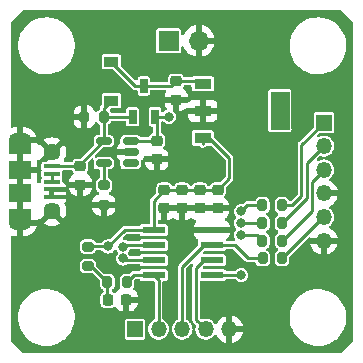
<source format=gtl>
G04 #@! TF.GenerationSoftware,KiCad,Pcbnew,(6.0.5)*
G04 #@! TF.CreationDate,2022-09-30T16:47:31-04:00*
G04 #@! TF.ProjectId,Pokeball_xs,506f6b65-6261-46c6-9c5f-78732e6b6963,rev?*
G04 #@! TF.SameCoordinates,Original*
G04 #@! TF.FileFunction,Copper,L1,Top*
G04 #@! TF.FilePolarity,Positive*
%FSLAX46Y46*%
G04 Gerber Fmt 4.6, Leading zero omitted, Abs format (unit mm)*
G04 Created by KiCad (PCBNEW (6.0.5)) date 2022-09-30 16:47:31*
%MOMM*%
%LPD*%
G01*
G04 APERTURE LIST*
G04 Aperture macros list*
%AMRoundRect*
0 Rectangle with rounded corners*
0 $1 Rounding radius*
0 $2 $3 $4 $5 $6 $7 $8 $9 X,Y pos of 4 corners*
0 Add a 4 corners polygon primitive as box body*
4,1,4,$2,$3,$4,$5,$6,$7,$8,$9,$2,$3,0*
0 Add four circle primitives for the rounded corners*
1,1,$1+$1,$2,$3*
1,1,$1+$1,$4,$5*
1,1,$1+$1,$6,$7*
1,1,$1+$1,$8,$9*
0 Add four rect primitives between the rounded corners*
20,1,$1+$1,$2,$3,$4,$5,0*
20,1,$1+$1,$4,$5,$6,$7,0*
20,1,$1+$1,$6,$7,$8,$9,0*
20,1,$1+$1,$8,$9,$2,$3,0*%
G04 Aperture macros list end*
G04 #@! TA.AperFunction,EtchedComponent*
%ADD10C,0.100000*%
G04 #@! TD*
G04 #@! TA.AperFunction,SMDPad,CuDef*
%ADD11R,1.981200X0.558800*%
G04 #@! TD*
G04 #@! TA.AperFunction,SMDPad,CuDef*
%ADD12R,1.473200X0.889000*%
G04 #@! TD*
G04 #@! TA.AperFunction,SMDPad,CuDef*
%ADD13RoundRect,0.225000X-0.225000X-0.250000X0.225000X-0.250000X0.225000X0.250000X-0.225000X0.250000X0*%
G04 #@! TD*
G04 #@! TA.AperFunction,SMDPad,CuDef*
%ADD14RoundRect,0.200000X-0.275000X0.200000X-0.275000X-0.200000X0.275000X-0.200000X0.275000X0.200000X0*%
G04 #@! TD*
G04 #@! TA.AperFunction,SMDPad,CuDef*
%ADD15RoundRect,0.200000X-0.200000X-0.275000X0.200000X-0.275000X0.200000X0.275000X-0.200000X0.275000X0*%
G04 #@! TD*
G04 #@! TA.AperFunction,ComponentPad*
%ADD16R,1.350000X1.350000*%
G04 #@! TD*
G04 #@! TA.AperFunction,ComponentPad*
%ADD17O,1.350000X1.350000*%
G04 #@! TD*
G04 #@! TA.AperFunction,SMDPad,CuDef*
%ADD18RoundRect,0.225000X-0.250000X0.225000X-0.250000X-0.225000X0.250000X-0.225000X0.250000X0.225000X0*%
G04 #@! TD*
G04 #@! TA.AperFunction,SMDPad,CuDef*
%ADD19RoundRect,0.200000X0.200000X0.275000X-0.200000X0.275000X-0.200000X-0.275000X0.200000X-0.275000X0*%
G04 #@! TD*
G04 #@! TA.AperFunction,SMDPad,CuDef*
%ADD20R,1.350000X0.400000*%
G04 #@! TD*
G04 #@! TA.AperFunction,ComponentPad*
%ADD21O,1.900000X1.200000*%
G04 #@! TD*
G04 #@! TA.AperFunction,SMDPad,CuDef*
%ADD22R,1.900000X1.500000*%
G04 #@! TD*
G04 #@! TA.AperFunction,ComponentPad*
%ADD23C,1.450000*%
G04 #@! TD*
G04 #@! TA.AperFunction,SMDPad,CuDef*
%ADD24R,1.900000X1.200000*%
G04 #@! TD*
G04 #@! TA.AperFunction,SMDPad,CuDef*
%ADD25R,1.200000X0.900000*%
G04 #@! TD*
G04 #@! TA.AperFunction,SMDPad,CuDef*
%ADD26R,0.650000X1.220000*%
G04 #@! TD*
G04 #@! TA.AperFunction,ComponentPad*
%ADD27R,1.700000X1.700000*%
G04 #@! TD*
G04 #@! TA.AperFunction,ComponentPad*
%ADD28O,1.700000X1.700000*%
G04 #@! TD*
G04 #@! TA.AperFunction,SMDPad,CuDef*
%ADD29RoundRect,0.150000X0.512500X0.150000X-0.512500X0.150000X-0.512500X-0.150000X0.512500X-0.150000X0*%
G04 #@! TD*
G04 #@! TA.AperFunction,ViaPad*
%ADD30C,0.800000*%
G04 #@! TD*
G04 #@! TA.AperFunction,Conductor*
%ADD31C,0.250000*%
G04 #@! TD*
G04 APERTURE END LIST*
G04 #@! TO.C,U2*
G36*
X149005600Y-89074800D02*
G01*
X147532400Y-89074800D01*
X147532400Y-85925200D01*
X149005600Y-85925200D01*
X149005600Y-89074800D01*
G37*
D10*
X149005600Y-89074800D02*
X147532400Y-89074800D01*
X147532400Y-85925200D01*
X149005600Y-85925200D01*
X149005600Y-89074800D01*
G04 #@! TD*
D11*
G04 #@! TO.P,U1,1,VDD*
G04 #@! TO.N,Vcc*
X137590200Y-97595000D03*
G04 #@! TO.P,U1,2,RA5*
G04 #@! TO.N,PWM_1_RED*
X137590200Y-98865000D03*
G04 #@! TO.P,U1,3,RA4*
G04 #@! TO.N,PWM_2_GREEN*
X137590200Y-100135000D03*
G04 #@! TO.P,U1,4,RA3/\u002AMCLR/VPP*
G04 #@! TO.N,MCLR*
X137590200Y-101405000D03*
G04 #@! TO.P,U1,5,RA2*
G04 #@! TO.N,PWM_3_BLUE*
X142517800Y-101405000D03*
G04 #@! TO.P,U1,6,RA1/ICSPCLK*
G04 #@! TO.N,PGC*
X142517800Y-100135000D03*
G04 #@! TO.P,U1,7,RA0/ICSPDAT*
G04 #@! TO.N,PGD*
X142517800Y-98865000D03*
G04 #@! TO.P,U1,8,VSS*
G04 #@! TO.N,GND*
X142517800Y-97595000D03*
G04 #@! TD*
D12*
G04 #@! TO.P,U2,1,VIN*
G04 #@! TO.N,Net-(C3-Pad1)*
X141731000Y-85200000D03*
G04 #@! TO.P,U2,2,GND*
G04 #@! TO.N,GND*
X141731000Y-87500000D03*
G04 #@! TO.P,U2,3,VOUT*
G04 #@! TO.N,Vcc*
X141731000Y-89800000D03*
G04 #@! TD*
D13*
G04 #@! TO.P,C1,1*
G04 #@! TO.N,Net-(C1-Pad1)*
X133725000Y-103500000D03*
G04 #@! TO.P,C1,2*
G04 #@! TO.N,GND*
X135275000Y-103500000D03*
G04 #@! TD*
D14*
G04 #@! TO.P,R1,1*
G04 #@! TO.N,Vcc*
X132028287Y-98998377D03*
G04 #@! TO.P,R1,2*
G04 #@! TO.N,Net-(C1-Pad1)*
X132028287Y-100648377D03*
G04 #@! TD*
D15*
G04 #@! TO.P,R2,1*
G04 #@! TO.N,Net-(C1-Pad1)*
X133675000Y-102000000D03*
G04 #@! TO.P,R2,2*
G04 #@! TO.N,MCLR*
X135325000Y-102000000D03*
G04 #@! TD*
D16*
G04 #@! TO.P,J1,1,Pin_1*
G04 #@! TO.N,Vcc*
X136000000Y-106000000D03*
D17*
G04 #@! TO.P,J1,2,Pin_2*
G04 #@! TO.N,MCLR*
X138000000Y-106000000D03*
G04 #@! TO.P,J1,3,Pin_3*
G04 #@! TO.N,PGD*
X140000000Y-106000000D03*
G04 #@! TO.P,J1,4,Pin_4*
G04 #@! TO.N,PGC*
X142000000Y-106000000D03*
G04 #@! TO.P,J1,5,Pin_5*
G04 #@! TO.N,GND*
X144000000Y-106000000D03*
G04 #@! TD*
D18*
G04 #@! TO.P,C3,1*
G04 #@! TO.N,Net-(C3-Pad1)*
X139500000Y-85000000D03*
G04 #@! TO.P,C3,2*
G04 #@! TO.N,GND*
X139500000Y-86550000D03*
G04 #@! TD*
G04 #@! TO.P,C4,1*
G04 #@! TO.N,Vcc*
X143000000Y-94225000D03*
G04 #@! TO.P,C4,2*
G04 #@! TO.N,GND*
X143000000Y-95775000D03*
G04 #@! TD*
G04 #@! TO.P,C5,1*
G04 #@! TO.N,Vcc*
X141500000Y-94225000D03*
G04 #@! TO.P,C5,2*
G04 #@! TO.N,GND*
X141500000Y-95775000D03*
G04 #@! TD*
D19*
G04 #@! TO.P,R3,1*
G04 #@! TO.N,Net-(J3-Pad1)*
X148450000Y-95500000D03*
G04 #@! TO.P,R3,2*
G04 #@! TO.N,PWM_1_RED*
X146800000Y-95500000D03*
G04 #@! TD*
G04 #@! TO.P,R4,1*
G04 #@! TO.N,Net-(J3-Pad2)*
X148450000Y-97000000D03*
G04 #@! TO.P,R4,2*
G04 #@! TO.N,PWM_2_GREEN*
X146800000Y-97000000D03*
G04 #@! TD*
G04 #@! TO.P,R5,1*
G04 #@! TO.N,Net-(J3-Pad3)*
X148450000Y-98500000D03*
G04 #@! TO.P,R5,2*
G04 #@! TO.N,PWM_3_BLUE*
X146800000Y-98500000D03*
G04 #@! TD*
D16*
G04 #@! TO.P,J3,1,Pin_1*
G04 #@! TO.N,Net-(J3-Pad1)*
X152000000Y-88500000D03*
D17*
G04 #@! TO.P,J3,2,Pin_2*
G04 #@! TO.N,Net-(J3-Pad2)*
X152000000Y-90500000D03*
G04 #@! TO.P,J3,3,Pin_3*
G04 #@! TO.N,Net-(J3-Pad3)*
X152000000Y-92500000D03*
G04 #@! TO.P,J3,4,Pin_4*
G04 #@! TO.N,GND*
X152000000Y-94500000D03*
G04 #@! TO.P,J3,5,Pin_5*
G04 #@! TO.N,Net-(J3-Pad5)*
X152000000Y-96500000D03*
G04 #@! TO.P,J3,6,Pin_6*
G04 #@! TO.N,GND*
X152000000Y-98500000D03*
G04 #@! TD*
D19*
G04 #@! TO.P,R6,1*
G04 #@! TO.N,Net-(J3-Pad5)*
X148461342Y-100000000D03*
G04 #@! TO.P,R6,2*
G04 #@! TO.N,PGD*
X146811342Y-100000000D03*
G04 #@! TD*
D18*
G04 #@! TO.P,C6,1*
G04 #@! TO.N,Net-(C6-Pad1)*
X137854631Y-90047062D03*
G04 #@! TO.P,C6,2*
G04 #@! TO.N,GND*
X137854631Y-91597062D03*
G04 #@! TD*
D14*
G04 #@! TO.P,R8,1*
G04 #@! TO.N,Net-(R8-Pad1)*
X133370038Y-93817587D03*
G04 #@! TO.P,R8,2*
G04 #@! TO.N,GND*
X133370038Y-95467587D03*
G04 #@! TD*
D18*
G04 #@! TO.P,C8,1*
G04 #@! TO.N,Vcc*
X138500000Y-94225000D03*
G04 #@! TO.P,C8,2*
G04 #@! TO.N,GND*
X138500000Y-95775000D03*
G04 #@! TD*
D20*
G04 #@! TO.P,J2,1,VBUS*
G04 #@! TO.N,Net-(C2-Pad1)*
X128962500Y-92200000D03*
G04 #@! TO.P,J2,2,D-*
G04 #@! TO.N,Net-(J2-Pad2)*
X128962500Y-92850000D03*
G04 #@! TO.P,J2,3,D+*
X128962500Y-93500000D03*
G04 #@! TO.P,J2,4,ID*
G04 #@! TO.N,GND*
X128962500Y-94150000D03*
G04 #@! TO.P,J2,5,GND*
X128962500Y-94800000D03*
D21*
G04 #@! TO.P,J2,6,Shield*
X126262500Y-97000000D03*
D22*
X126262500Y-94500000D03*
D23*
X128962500Y-96000000D03*
X128962500Y-91000000D03*
D24*
X126262500Y-90600000D03*
D21*
X126262500Y-90000000D03*
D24*
X126262500Y-96400000D03*
D22*
X126262500Y-92500000D03*
G04 #@! TD*
D19*
G04 #@! TO.P,R9,1*
G04 #@! TO.N,Net-(C2-Pad1)*
X133364708Y-88021012D03*
G04 #@! TO.P,R9,2*
G04 #@! TO.N,GND*
X131714708Y-88021012D03*
G04 #@! TD*
D25*
G04 #@! TO.P,D1,1,K*
G04 #@! TO.N,Net-(C3-Pad1)*
X134000000Y-83350000D03*
G04 #@! TO.P,D1,2,A*
G04 #@! TO.N,Net-(C2-Pad1)*
X134000000Y-86650000D03*
G04 #@! TD*
D26*
G04 #@! TO.P,Q1,1,G*
G04 #@! TO.N,Net-(C2-Pad1)*
X135799570Y-88021353D03*
G04 #@! TO.P,Q1,2,S*
G04 #@! TO.N,Net-(C6-Pad1)*
X137699570Y-88021353D03*
G04 #@! TO.P,Q1,3,D*
G04 #@! TO.N,Net-(C3-Pad1)*
X136749570Y-85401353D03*
G04 #@! TD*
D27*
G04 #@! TO.P,J4,1,Pin_1*
G04 #@! TO.N,Net-(C6-Pad1)*
X138850000Y-81575000D03*
D28*
G04 #@! TO.P,J4,2,Pin_2*
G04 #@! TO.N,GND*
X141390000Y-81575000D03*
G04 #@! TD*
D29*
G04 #@! TO.P,U3,1,STAT*
G04 #@! TO.N,unconnected-(U3-Pad1)*
X135637500Y-91950000D03*
G04 #@! TO.P,U3,2,VSS*
G04 #@! TO.N,GND*
X135637500Y-91000000D03*
G04 #@! TO.P,U3,3,VBAT*
G04 #@! TO.N,Net-(C6-Pad1)*
X135637500Y-90050000D03*
G04 #@! TO.P,U3,4,VDD*
G04 #@! TO.N,Net-(C2-Pad1)*
X133362500Y-90050000D03*
G04 #@! TO.P,U3,5,PROG*
G04 #@! TO.N,Net-(R8-Pad1)*
X133362500Y-91950000D03*
G04 #@! TD*
D18*
G04 #@! TO.P,C2,1*
G04 #@! TO.N,Net-(C2-Pad1)*
X131385193Y-92199473D03*
G04 #@! TO.P,C2,2*
G04 #@! TO.N,GND*
X131385193Y-93749473D03*
G04 #@! TD*
G04 #@! TO.P,C7,1*
G04 #@! TO.N,Vcc*
X140000000Y-94225000D03*
G04 #@! TO.P,C7,2*
G04 #@! TO.N,GND*
X140000000Y-95775000D03*
G04 #@! TD*
D30*
G04 #@! TO.N,Vcc*
X133737438Y-98986605D03*
G04 #@! TO.N,Net-(C6-Pad1)*
X138861063Y-88000000D03*
G04 #@! TO.N,PWM_1_RED*
X145000000Y-96000000D03*
X135000000Y-99000000D03*
G04 #@! TO.N,PWM_2_GREEN*
X145000000Y-97000000D03*
X135000000Y-100000000D03*
G04 #@! TO.N,PWM_3_BLUE*
X145002458Y-101413053D03*
X145000000Y-98000000D03*
G04 #@! TD*
D31*
G04 #@! TO.N,MCLR*
X135920000Y-101405000D02*
X137590200Y-101405000D01*
X138000000Y-101814800D02*
X137590200Y-101405000D01*
X138000000Y-106000000D02*
X138000000Y-101814800D01*
X135325000Y-102000000D02*
X135920000Y-101405000D01*
G04 #@! TO.N,Net-(C1-Pad1)*
X133675000Y-103450000D02*
X133725000Y-103500000D01*
X132028287Y-100648377D02*
X132323377Y-100648377D01*
X132323377Y-100648377D02*
X133675000Y-102000000D01*
X133675000Y-102000000D02*
X133675000Y-103450000D01*
G04 #@! TO.N,Vcc*
X141731000Y-90300001D02*
X141731000Y-89800000D01*
X137590200Y-95134800D02*
X138500000Y-94225000D01*
X135129043Y-97595000D02*
X133737438Y-98986605D01*
X132040059Y-98986605D02*
X132028287Y-98998377D01*
X137590200Y-97595000D02*
X135129043Y-97595000D01*
X143000000Y-94225000D02*
X141500000Y-94225000D01*
X133737438Y-98986605D02*
X132040059Y-98986605D01*
X137590200Y-97595000D02*
X137590200Y-95134800D01*
X141500000Y-94225000D02*
X140000000Y-94225000D01*
X144000000Y-91500000D02*
X144000000Y-93225000D01*
X142300000Y-89800000D02*
X144000000Y-91500000D01*
X141731000Y-89800000D02*
X142300000Y-89800000D01*
X140000000Y-94225000D02*
X138500000Y-94225000D01*
X144000000Y-93225000D02*
X143000000Y-94225000D01*
G04 #@! TO.N,PGC*
X142000000Y-106000000D02*
X141202689Y-105202689D01*
X141202689Y-105202689D02*
X141202689Y-100797311D01*
X141865000Y-100135000D02*
X142517800Y-100135000D01*
X141202689Y-100797311D02*
X141865000Y-100135000D01*
G04 #@! TO.N,PGD*
X140000000Y-100733778D02*
X141868778Y-98865000D01*
X145581342Y-100000000D02*
X146811342Y-100000000D01*
X144446342Y-98865000D02*
X145581342Y-100000000D01*
X141868778Y-98865000D02*
X142517800Y-98865000D01*
X140000000Y-106000000D02*
X140000000Y-100733778D01*
X142517800Y-98865000D02*
X144446342Y-98865000D01*
G04 #@! TO.N,Net-(C2-Pad1)*
X131384666Y-92200000D02*
X131385193Y-92199473D01*
X133362500Y-88023220D02*
X133364708Y-88021012D01*
X133364708Y-88021012D02*
X135799229Y-88021012D01*
X133364708Y-88021012D02*
X133364708Y-87285292D01*
X133362500Y-90050000D02*
X133362500Y-88023220D01*
X131385193Y-92027307D02*
X133362500Y-90050000D01*
X133364708Y-87285292D02*
X134000000Y-86650000D01*
X131385193Y-92199473D02*
X131385193Y-92027307D01*
X128962500Y-92200000D02*
X131384666Y-92200000D01*
X135799229Y-88021012D02*
X135799570Y-88021353D01*
G04 #@! TO.N,Net-(J3-Pad1)*
X149314282Y-95500000D02*
X150101449Y-94712833D01*
X150101449Y-90398551D02*
X152000000Y-88500000D01*
X148450000Y-95500000D02*
X149314282Y-95500000D01*
X150101449Y-94712833D02*
X150101449Y-90398551D01*
G04 #@! TO.N,Net-(J3-Pad2)*
X150550969Y-91949031D02*
X152000000Y-90500000D01*
X148450000Y-97000000D02*
X150550969Y-94899031D01*
X150550969Y-94899031D02*
X150550969Y-91949031D01*
G04 #@! TO.N,Net-(J3-Pad3)*
X148450000Y-98500000D02*
X151000489Y-95949511D01*
X151000489Y-93499511D02*
X152000000Y-92500000D01*
X151000489Y-95949511D02*
X151000489Y-93499511D01*
G04 #@! TO.N,Net-(J3-Pad5)*
X148461342Y-100000000D02*
X151961342Y-96500000D01*
X151961342Y-96500000D02*
X152000000Y-96500000D01*
G04 #@! TO.N,Net-(C3-Pad1)*
X136748613Y-85402310D02*
X136749570Y-85401353D01*
X141531000Y-85000000D02*
X141731000Y-85200000D01*
X139500000Y-85000000D02*
X141531000Y-85000000D01*
X136051353Y-85401353D02*
X136749570Y-85401353D01*
X134000000Y-83350000D02*
X136051353Y-85401353D01*
X139098647Y-85401353D02*
X139500000Y-85000000D01*
X136749570Y-85401353D02*
X139098647Y-85401353D01*
G04 #@! TO.N,Net-(C6-Pad1)*
X138861063Y-88000000D02*
X137720923Y-88000000D01*
X135637500Y-90050000D02*
X137851693Y-90050000D01*
X137854631Y-90047062D02*
X137854631Y-88176414D01*
X137854631Y-88176414D02*
X137699570Y-88021353D01*
X137720923Y-88000000D02*
X137699570Y-88021353D01*
X137851693Y-90050000D02*
X137854631Y-90047062D01*
G04 #@! TO.N,Net-(J2-Pad2)*
X128962500Y-93500000D02*
X128962500Y-92850000D01*
G04 #@! TO.N,Net-(R8-Pad1)*
X133362500Y-91950000D02*
X133362500Y-93810049D01*
X133362500Y-93810049D02*
X133370038Y-93817587D01*
X133361922Y-91950578D02*
X133362500Y-91950000D01*
G04 #@! TO.N,PWM_1_RED*
X135135000Y-98865000D02*
X137590200Y-98865000D01*
X135000000Y-99000000D02*
X135135000Y-98865000D01*
X145500000Y-95500000D02*
X146800000Y-95500000D01*
X145000000Y-96000000D02*
X145500000Y-95500000D01*
G04 #@! TO.N,PWM_2_GREEN*
X135135000Y-100135000D02*
X137590200Y-100135000D01*
X135000000Y-100000000D02*
X135135000Y-100135000D01*
X145000000Y-97000000D02*
X146800000Y-97000000D01*
G04 #@! TO.N,PWM_3_BLUE*
X142517800Y-101405000D02*
X144994405Y-101405000D01*
X146300000Y-98000000D02*
X146800000Y-98500000D01*
X144994405Y-101405000D02*
X145002458Y-101413053D01*
X145000000Y-98000000D02*
X146300000Y-98000000D01*
G04 #@! TD*
G04 #@! TA.AperFunction,Conductor*
G04 #@! TO.N,GND*
G36*
X153515931Y-79020002D02*
G01*
X153536905Y-79036905D01*
X154463095Y-79963095D01*
X154497121Y-80025407D01*
X154500000Y-80052190D01*
X154500000Y-106947810D01*
X154479998Y-107015931D01*
X154463095Y-107036905D01*
X153536905Y-107963095D01*
X153474593Y-107997121D01*
X153447810Y-108000000D01*
X126552190Y-108000000D01*
X126484069Y-107979998D01*
X126463095Y-107963095D01*
X125536905Y-107036905D01*
X125502879Y-106974593D01*
X125500000Y-106947810D01*
X125500000Y-104899271D01*
X126096668Y-104899271D01*
X126096755Y-104903273D01*
X126096755Y-104903280D01*
X126102940Y-105186724D01*
X126103349Y-105205465D01*
X126148883Y-105508330D01*
X126149979Y-105512190D01*
X126149980Y-105512195D01*
X126174353Y-105598039D01*
X126232531Y-105802953D01*
X126352937Y-106084560D01*
X126508149Y-106348585D01*
X126695651Y-106590747D01*
X126698499Y-106593590D01*
X126870275Y-106765066D01*
X126912404Y-106807122D01*
X126915585Y-106809576D01*
X126915586Y-106809577D01*
X127151701Y-106991739D01*
X127151705Y-106991742D01*
X127154894Y-106994202D01*
X127158373Y-106996239D01*
X127404773Y-107140512D01*
X127419189Y-107148953D01*
X127422874Y-107150521D01*
X127422878Y-107150523D01*
X127435776Y-107156011D01*
X127701006Y-107268867D01*
X127995775Y-107352001D01*
X128216338Y-107384768D01*
X128295419Y-107396516D01*
X128295421Y-107396516D01*
X128298718Y-107397006D01*
X128302049Y-107397146D01*
X128302053Y-107397146D01*
X128338737Y-107398683D01*
X128382084Y-107400500D01*
X128577474Y-107400500D01*
X128700915Y-107392626D01*
X128801639Y-107386201D01*
X128801644Y-107386200D01*
X128805647Y-107385945D01*
X128809584Y-107385183D01*
X128809586Y-107385183D01*
X129102401Y-107328530D01*
X129102405Y-107328529D01*
X129106338Y-107327768D01*
X129397200Y-107231856D01*
X129673518Y-107099763D01*
X129930812Y-106933631D01*
X129999723Y-106875500D01*
X130161849Y-106738734D01*
X130164910Y-106736152D01*
X130202917Y-106694748D01*
X135124500Y-106694748D01*
X135136133Y-106753231D01*
X135180448Y-106819552D01*
X135246769Y-106863867D01*
X135258938Y-106866288D01*
X135258939Y-106866288D01*
X135298354Y-106874128D01*
X135305252Y-106875500D01*
X136694748Y-106875500D01*
X136701646Y-106874128D01*
X136741061Y-106866288D01*
X136741062Y-106866288D01*
X136753231Y-106863867D01*
X136819552Y-106819552D01*
X136863867Y-106753231D01*
X136875500Y-106694748D01*
X136875500Y-106081028D01*
X136895502Y-106012907D01*
X136907992Y-106002084D01*
X136877556Y-105941639D01*
X136875500Y-105918972D01*
X136875500Y-105305252D01*
X136863867Y-105246769D01*
X136819552Y-105180448D01*
X136753231Y-105136133D01*
X136741062Y-105133712D01*
X136741061Y-105133712D01*
X136700816Y-105125707D01*
X136694748Y-105124500D01*
X135305252Y-105124500D01*
X135299184Y-105125707D01*
X135258939Y-105133712D01*
X135258938Y-105133712D01*
X135246769Y-105136133D01*
X135180448Y-105180448D01*
X135136133Y-105246769D01*
X135124500Y-105305252D01*
X135124500Y-106694748D01*
X130202917Y-106694748D01*
X130320005Y-106567193D01*
X130369304Y-106513487D01*
X130369306Y-106513485D01*
X130372019Y-106510529D01*
X130548780Y-106260418D01*
X130680107Y-106012907D01*
X130690445Y-105993423D01*
X130690445Y-105993422D01*
X130692328Y-105989874D01*
X130708707Y-105946414D01*
X130798919Y-105707044D01*
X130798921Y-105707038D01*
X130800336Y-105703283D01*
X130832190Y-105569055D01*
X130870124Y-105409207D01*
X130870125Y-105409202D01*
X130871053Y-105405291D01*
X130903332Y-105100729D01*
X130902321Y-105054360D01*
X130896739Y-104798552D01*
X130896739Y-104798547D01*
X130896651Y-104794535D01*
X130851117Y-104491670D01*
X130848656Y-104483000D01*
X130772161Y-104213574D01*
X130767469Y-104197047D01*
X130647063Y-103915440D01*
X130491851Y-103651415D01*
X130304349Y-103409253D01*
X130087596Y-103192878D01*
X129977632Y-103108041D01*
X129848299Y-103008261D01*
X129848295Y-103008258D01*
X129845106Y-103005798D01*
X129678915Y-102908489D01*
X129584275Y-102853075D01*
X129584272Y-102853073D01*
X129580811Y-102851047D01*
X129577126Y-102849479D01*
X129577122Y-102849477D01*
X129390051Y-102769878D01*
X129298994Y-102731133D01*
X129004225Y-102647999D01*
X128731950Y-102607550D01*
X128704581Y-102603484D01*
X128704579Y-102603484D01*
X128701282Y-102602994D01*
X128697951Y-102602854D01*
X128697947Y-102602854D01*
X128661263Y-102601317D01*
X128617916Y-102599500D01*
X128422526Y-102599500D01*
X128299085Y-102607374D01*
X128198361Y-102613799D01*
X128198356Y-102613800D01*
X128194353Y-102614055D01*
X128190416Y-102614817D01*
X128190414Y-102614817D01*
X127897599Y-102671470D01*
X127897595Y-102671471D01*
X127893662Y-102672232D01*
X127602800Y-102768144D01*
X127326482Y-102900237D01*
X127069188Y-103066369D01*
X127066123Y-103068954D01*
X127066121Y-103068956D01*
X127009318Y-103116874D01*
X126835090Y-103263848D01*
X126627981Y-103489471D01*
X126451220Y-103739582D01*
X126307672Y-104010126D01*
X126306257Y-104013882D01*
X126306256Y-104013883D01*
X126235293Y-104202179D01*
X126199664Y-104296717D01*
X126198735Y-104300632D01*
X126154317Y-104487805D01*
X126128947Y-104594709D01*
X126096668Y-104899271D01*
X125500000Y-104899271D01*
X125500000Y-100416858D01*
X131352787Y-100416858D01*
X131352788Y-100879895D01*
X131353563Y-100884788D01*
X131353563Y-100884789D01*
X131361790Y-100936733D01*
X131367641Y-100973681D01*
X131372144Y-100982518D01*
X131372144Y-100982519D01*
X131376627Y-100991317D01*
X131425237Y-101086719D01*
X131514945Y-101176427D01*
X131627983Y-101234023D01*
X131637772Y-101235573D01*
X131637774Y-101235574D01*
X131665136Y-101239907D01*
X131721768Y-101248877D01*
X132028225Y-101248877D01*
X132334805Y-101248876D01*
X132382540Y-101241316D01*
X132452950Y-101250416D01*
X132491344Y-101276670D01*
X133037595Y-101822921D01*
X133071621Y-101885233D01*
X133074500Y-101912016D01*
X133074501Y-102306518D01*
X133089354Y-102400304D01*
X133146950Y-102513342D01*
X133236658Y-102603050D01*
X133259752Y-102614817D01*
X133280703Y-102625492D01*
X133332318Y-102674240D01*
X133349500Y-102737759D01*
X133349500Y-102771921D01*
X133329498Y-102840042D01*
X133280702Y-102884188D01*
X133255621Y-102896967D01*
X133255620Y-102896968D01*
X133246780Y-102901472D01*
X133151472Y-102996780D01*
X133090281Y-103116874D01*
X133074500Y-103216512D01*
X133074500Y-103783488D01*
X133090281Y-103883126D01*
X133151472Y-104003220D01*
X133246780Y-104098528D01*
X133366874Y-104159719D01*
X133376663Y-104161269D01*
X133376665Y-104161270D01*
X133406149Y-104165940D01*
X133466512Y-104175500D01*
X133983488Y-104175500D01*
X134043851Y-104165940D01*
X134073335Y-104161270D01*
X134073337Y-104161269D01*
X134083126Y-104159719D01*
X134203220Y-104098528D01*
X134214522Y-104087226D01*
X134276834Y-104053200D01*
X134347649Y-104058265D01*
X134404485Y-104100812D01*
X134410762Y-104110018D01*
X134467793Y-104202179D01*
X134476824Y-104213574D01*
X134587429Y-104323986D01*
X134598840Y-104332998D01*
X134731880Y-104415004D01*
X134745061Y-104421151D01*
X134893814Y-104470491D01*
X134907190Y-104473358D01*
X134998097Y-104482672D01*
X135003126Y-104482929D01*
X135018124Y-104478525D01*
X135019329Y-104477135D01*
X135021000Y-104469452D01*
X135021000Y-104464885D01*
X135529000Y-104464885D01*
X135533475Y-104480124D01*
X135534865Y-104481329D01*
X135542548Y-104483000D01*
X135545438Y-104483000D01*
X135551953Y-104482663D01*
X135644057Y-104473106D01*
X135657456Y-104470212D01*
X135806107Y-104420619D01*
X135819286Y-104414445D01*
X135952173Y-104332212D01*
X135963574Y-104323176D01*
X136073986Y-104212571D01*
X136082998Y-104201160D01*
X136165004Y-104068120D01*
X136171151Y-104054939D01*
X136220491Y-103906186D01*
X136223358Y-103892810D01*
X136232672Y-103801903D01*
X136233000Y-103795487D01*
X136233000Y-103772115D01*
X136228525Y-103756876D01*
X136227135Y-103755671D01*
X136219452Y-103754000D01*
X135547115Y-103754000D01*
X135531876Y-103758475D01*
X135530671Y-103759865D01*
X135529000Y-103767548D01*
X135529000Y-104464885D01*
X135021000Y-104464885D01*
X135021000Y-103372000D01*
X135041002Y-103303879D01*
X135094658Y-103257386D01*
X135147000Y-103246000D01*
X136214885Y-103246000D01*
X136230124Y-103241525D01*
X136231329Y-103240135D01*
X136233000Y-103232452D01*
X136233000Y-103204562D01*
X136232663Y-103198047D01*
X136223106Y-103105943D01*
X136220212Y-103092544D01*
X136170619Y-102943893D01*
X136164445Y-102930714D01*
X136082212Y-102797827D01*
X136073176Y-102786426D01*
X135962571Y-102676014D01*
X135951160Y-102667002D01*
X135915808Y-102645211D01*
X135868315Y-102592439D01*
X135856891Y-102522367D01*
X135869658Y-102480747D01*
X135906145Y-102409139D01*
X135906146Y-102409135D01*
X135910646Y-102400304D01*
X135925500Y-102306519D01*
X135925499Y-101912016D01*
X135945501Y-101843897D01*
X135962404Y-101822922D01*
X136017921Y-101767405D01*
X136080233Y-101733379D01*
X136107016Y-101730500D01*
X136321915Y-101730500D01*
X136390036Y-101750502D01*
X136426680Y-101786497D01*
X136455048Y-101828952D01*
X136521369Y-101873267D01*
X136533538Y-101875688D01*
X136533539Y-101875688D01*
X136573784Y-101883693D01*
X136579852Y-101884900D01*
X137548500Y-101884900D01*
X137616621Y-101904902D01*
X137663114Y-101958558D01*
X137674500Y-102010900D01*
X137674500Y-105104743D01*
X137654498Y-105172864D01*
X137599749Y-105219850D01*
X137565869Y-105234934D01*
X137565867Y-105234935D01*
X137559839Y-105237619D01*
X137554498Y-105241499D01*
X137554497Y-105241500D01*
X137416294Y-105341910D01*
X137416292Y-105341912D01*
X137410950Y-105345793D01*
X137287805Y-105482560D01*
X137195786Y-105641941D01*
X137138915Y-105816971D01*
X137138225Y-105823533D01*
X137138225Y-105823535D01*
X137126810Y-105932143D01*
X137099797Y-105997799D01*
X137094221Y-106001690D01*
X137122396Y-106045530D01*
X137126810Y-106067857D01*
X137128178Y-106080868D01*
X137138915Y-106183029D01*
X137195786Y-106358059D01*
X137287805Y-106517440D01*
X137292223Y-106522347D01*
X137292224Y-106522348D01*
X137406528Y-106649296D01*
X137410950Y-106654207D01*
X137416292Y-106658088D01*
X137416294Y-106658090D01*
X137530494Y-106741061D01*
X137559839Y-106762381D01*
X137565867Y-106765065D01*
X137565869Y-106765066D01*
X137721935Y-106834551D01*
X137727966Y-106837236D01*
X137817974Y-106856368D01*
X137901524Y-106874128D01*
X137901529Y-106874128D01*
X137907981Y-106875500D01*
X138092019Y-106875500D01*
X138098471Y-106874128D01*
X138098476Y-106874128D01*
X138182026Y-106856368D01*
X138272034Y-106837236D01*
X138278065Y-106834551D01*
X138434131Y-106765066D01*
X138434133Y-106765065D01*
X138440161Y-106762381D01*
X138469506Y-106741061D01*
X138583706Y-106658090D01*
X138583708Y-106658088D01*
X138589050Y-106654207D01*
X138593472Y-106649296D01*
X138707776Y-106522348D01*
X138707777Y-106522347D01*
X138712195Y-106517440D01*
X138804214Y-106358059D01*
X138861085Y-106183029D01*
X138871071Y-106088021D01*
X138874690Y-106053586D01*
X138896053Y-106001661D01*
X139102580Y-106001661D01*
X139123944Y-106044089D01*
X139125310Y-106053586D01*
X139128929Y-106088021D01*
X139138915Y-106183029D01*
X139195786Y-106358059D01*
X139287805Y-106517440D01*
X139292223Y-106522347D01*
X139292224Y-106522348D01*
X139406528Y-106649296D01*
X139410950Y-106654207D01*
X139416292Y-106658088D01*
X139416294Y-106658090D01*
X139530494Y-106741061D01*
X139559839Y-106762381D01*
X139565867Y-106765065D01*
X139565869Y-106765066D01*
X139721935Y-106834551D01*
X139727966Y-106837236D01*
X139817974Y-106856368D01*
X139901524Y-106874128D01*
X139901529Y-106874128D01*
X139907981Y-106875500D01*
X140092019Y-106875500D01*
X140098471Y-106874128D01*
X140098476Y-106874128D01*
X140182026Y-106856368D01*
X140272034Y-106837236D01*
X140278065Y-106834551D01*
X140434131Y-106765066D01*
X140434133Y-106765065D01*
X140440161Y-106762381D01*
X140469506Y-106741061D01*
X140583706Y-106658090D01*
X140583708Y-106658088D01*
X140589050Y-106654207D01*
X140593472Y-106649296D01*
X140707776Y-106522348D01*
X140707777Y-106522347D01*
X140712195Y-106517440D01*
X140804214Y-106358059D01*
X140861085Y-106183029D01*
X140871071Y-106088021D01*
X140874690Y-106053586D01*
X140897420Y-105998339D01*
X140876056Y-105955911D01*
X140874690Y-105946414D01*
X140861775Y-105823536D01*
X140861775Y-105823535D01*
X140861085Y-105816971D01*
X140804214Y-105641941D01*
X140770999Y-105584411D01*
X140754261Y-105515416D01*
X140763436Y-105488905D01*
X140734435Y-105486600D01*
X140685766Y-105453207D01*
X140593472Y-105350704D01*
X140593471Y-105350703D01*
X140589050Y-105345793D01*
X140583708Y-105341912D01*
X140583706Y-105341910D01*
X140445503Y-105241500D01*
X140445502Y-105241499D01*
X140440161Y-105237619D01*
X140434133Y-105234935D01*
X140434131Y-105234934D01*
X140400251Y-105219850D01*
X140346155Y-105173870D01*
X140325500Y-105104743D01*
X140325500Y-100920794D01*
X140345502Y-100852673D01*
X140362405Y-100831699D01*
X140737535Y-100456569D01*
X140799847Y-100422543D01*
X140870662Y-100427608D01*
X140927498Y-100470155D01*
X140952309Y-100536675D01*
X140935750Y-100608663D01*
X140930651Y-100617495D01*
X140924744Y-100626767D01*
X140903135Y-100657627D01*
X140900281Y-100668277D01*
X140898804Y-100671445D01*
X140897612Y-100674721D01*
X140892101Y-100684266D01*
X140887563Y-100710005D01*
X140885559Y-100721369D01*
X140883181Y-100732096D01*
X140873425Y-100768504D01*
X140874386Y-100779489D01*
X140874386Y-100779491D01*
X140876709Y-100806039D01*
X140877189Y-100817021D01*
X140877189Y-105182979D01*
X140876709Y-105193961D01*
X140875703Y-105205465D01*
X140873425Y-105231496D01*
X140876279Y-105242145D01*
X140883180Y-105267899D01*
X140885559Y-105278631D01*
X140892101Y-105315734D01*
X140897614Y-105325283D01*
X140897803Y-105325802D01*
X140902306Y-105396655D01*
X140901606Y-105397913D01*
X140903964Y-105397688D01*
X140961110Y-105424890D01*
X140978371Y-105439374D01*
X140986474Y-105446800D01*
X141137713Y-105598039D01*
X141171739Y-105660351D01*
X141168451Y-105726069D01*
X141138915Y-105816971D01*
X141138226Y-105823530D01*
X141138225Y-105823533D01*
X141125310Y-105946414D01*
X141102580Y-106001661D01*
X141123944Y-106044089D01*
X141125310Y-106053586D01*
X141128929Y-106088021D01*
X141138915Y-106183029D01*
X141195786Y-106358059D01*
X141287805Y-106517440D01*
X141292223Y-106522347D01*
X141292224Y-106522348D01*
X141406528Y-106649296D01*
X141410950Y-106654207D01*
X141416292Y-106658088D01*
X141416294Y-106658090D01*
X141530494Y-106741061D01*
X141559839Y-106762381D01*
X141565867Y-106765065D01*
X141565869Y-106765066D01*
X141721935Y-106834551D01*
X141727966Y-106837236D01*
X141817974Y-106856368D01*
X141901524Y-106874128D01*
X141901529Y-106874128D01*
X141907981Y-106875500D01*
X142092019Y-106875500D01*
X142098471Y-106874128D01*
X142098476Y-106874128D01*
X142182026Y-106856368D01*
X142272034Y-106837236D01*
X142278065Y-106834551D01*
X142434131Y-106765066D01*
X142434133Y-106765065D01*
X142440161Y-106762381D01*
X142469506Y-106741061D01*
X142583706Y-106658090D01*
X142583708Y-106658088D01*
X142589050Y-106654207D01*
X142593472Y-106649296D01*
X142707776Y-106522348D01*
X142707777Y-106522347D01*
X142712195Y-106517440D01*
X142715496Y-106511722D01*
X142719379Y-106506378D01*
X142720656Y-106507306D01*
X142766226Y-106463849D01*
X142835939Y-106450409D01*
X142901852Y-106476791D01*
X142938396Y-106523087D01*
X142968687Y-106588793D01*
X142974436Y-106598750D01*
X143093254Y-106766873D01*
X143100720Y-106775615D01*
X143248191Y-106919275D01*
X143257124Y-106926509D01*
X143428299Y-107040884D01*
X143438409Y-107046374D01*
X143627566Y-107127642D01*
X143638499Y-107131194D01*
X143728332Y-107151521D01*
X143742405Y-107150632D01*
X143746000Y-107141233D01*
X143746000Y-107140512D01*
X144254000Y-107140512D01*
X144257966Y-107154018D01*
X144271883Y-107156011D01*
X144282817Y-107153386D01*
X144477763Y-107087210D01*
X144488272Y-107082531D01*
X144667882Y-106981944D01*
X144677375Y-106975420D01*
X144835653Y-106843782D01*
X144843782Y-106835653D01*
X144975420Y-106677375D01*
X144981944Y-106667882D01*
X145082531Y-106488272D01*
X145087210Y-106477763D01*
X145153386Y-106282817D01*
X145156017Y-106271857D01*
X145154040Y-106257992D01*
X145140474Y-106254000D01*
X144272115Y-106254000D01*
X144256876Y-106258475D01*
X144255671Y-106259865D01*
X144254000Y-106267548D01*
X144254000Y-107140512D01*
X143746000Y-107140512D01*
X143746000Y-105727885D01*
X144254000Y-105727885D01*
X144258475Y-105743124D01*
X144259865Y-105744329D01*
X144267548Y-105746000D01*
X145139485Y-105746000D01*
X145153016Y-105742027D01*
X145154185Y-105733892D01*
X145110725Y-105579794D01*
X145106603Y-105569055D01*
X145015549Y-105384417D01*
X145009538Y-105374608D01*
X144886360Y-105209651D01*
X144878671Y-105201111D01*
X144727490Y-105061361D01*
X144718365Y-105054360D01*
X144544255Y-104944505D01*
X144534008Y-104939284D01*
X144433715Y-104899271D01*
X149096668Y-104899271D01*
X149096755Y-104903273D01*
X149096755Y-104903280D01*
X149102940Y-105186724D01*
X149103349Y-105205465D01*
X149148883Y-105508330D01*
X149149979Y-105512190D01*
X149149980Y-105512195D01*
X149174353Y-105598039D01*
X149232531Y-105802953D01*
X149352937Y-106084560D01*
X149508149Y-106348585D01*
X149695651Y-106590747D01*
X149698499Y-106593590D01*
X149870275Y-106765066D01*
X149912404Y-106807122D01*
X149915585Y-106809576D01*
X149915586Y-106809577D01*
X150151701Y-106991739D01*
X150151705Y-106991742D01*
X150154894Y-106994202D01*
X150158373Y-106996239D01*
X150404773Y-107140512D01*
X150419189Y-107148953D01*
X150422874Y-107150521D01*
X150422878Y-107150523D01*
X150435776Y-107156011D01*
X150701006Y-107268867D01*
X150995775Y-107352001D01*
X151216338Y-107384768D01*
X151295419Y-107396516D01*
X151295421Y-107396516D01*
X151298718Y-107397006D01*
X151302049Y-107397146D01*
X151302053Y-107397146D01*
X151338737Y-107398683D01*
X151382084Y-107400500D01*
X151577474Y-107400500D01*
X151700915Y-107392626D01*
X151801639Y-107386201D01*
X151801644Y-107386200D01*
X151805647Y-107385945D01*
X151809584Y-107385183D01*
X151809586Y-107385183D01*
X152102401Y-107328530D01*
X152102405Y-107328529D01*
X152106338Y-107327768D01*
X152397200Y-107231856D01*
X152673518Y-107099763D01*
X152930812Y-106933631D01*
X152999723Y-106875500D01*
X153161849Y-106738734D01*
X153164910Y-106736152D01*
X153320005Y-106567193D01*
X153369304Y-106513487D01*
X153369306Y-106513485D01*
X153372019Y-106510529D01*
X153548780Y-106260418D01*
X153680107Y-106012907D01*
X153690445Y-105993423D01*
X153690445Y-105993422D01*
X153692328Y-105989874D01*
X153708707Y-105946414D01*
X153798919Y-105707044D01*
X153798921Y-105707038D01*
X153800336Y-105703283D01*
X153832190Y-105569055D01*
X153870124Y-105409207D01*
X153870125Y-105409202D01*
X153871053Y-105405291D01*
X153903332Y-105100729D01*
X153902321Y-105054360D01*
X153896739Y-104798552D01*
X153896739Y-104798547D01*
X153896651Y-104794535D01*
X153851117Y-104491670D01*
X153848656Y-104483000D01*
X153772161Y-104213574D01*
X153767469Y-104197047D01*
X153647063Y-103915440D01*
X153491851Y-103651415D01*
X153304349Y-103409253D01*
X153087596Y-103192878D01*
X152977632Y-103108041D01*
X152848299Y-103008261D01*
X152848295Y-103008258D01*
X152845106Y-103005798D01*
X152678915Y-102908489D01*
X152584275Y-102853075D01*
X152584272Y-102853073D01*
X152580811Y-102851047D01*
X152577126Y-102849479D01*
X152577122Y-102849477D01*
X152390051Y-102769878D01*
X152298994Y-102731133D01*
X152004225Y-102647999D01*
X151731950Y-102607550D01*
X151704581Y-102603484D01*
X151704579Y-102603484D01*
X151701282Y-102602994D01*
X151697951Y-102602854D01*
X151697947Y-102602854D01*
X151661263Y-102601317D01*
X151617916Y-102599500D01*
X151422526Y-102599500D01*
X151299085Y-102607374D01*
X151198361Y-102613799D01*
X151198356Y-102613800D01*
X151194353Y-102614055D01*
X151190416Y-102614817D01*
X151190414Y-102614817D01*
X150897599Y-102671470D01*
X150897595Y-102671471D01*
X150893662Y-102672232D01*
X150602800Y-102768144D01*
X150326482Y-102900237D01*
X150069188Y-103066369D01*
X150066123Y-103068954D01*
X150066121Y-103068956D01*
X150009318Y-103116874D01*
X149835090Y-103263848D01*
X149627981Y-103489471D01*
X149451220Y-103739582D01*
X149307672Y-104010126D01*
X149306257Y-104013882D01*
X149306256Y-104013883D01*
X149235293Y-104202179D01*
X149199664Y-104296717D01*
X149198735Y-104300632D01*
X149154317Y-104487805D01*
X149128947Y-104594709D01*
X149096668Y-104899271D01*
X144433715Y-104899271D01*
X144342793Y-104862997D01*
X144331767Y-104859730D01*
X144271770Y-104847797D01*
X144258894Y-104848949D01*
X144254000Y-104864102D01*
X144254000Y-105727885D01*
X143746000Y-105727885D01*
X143746000Y-104861337D01*
X143742194Y-104848375D01*
X143727278Y-104846439D01*
X143698202Y-104851435D01*
X143687082Y-104854415D01*
X143493940Y-104925669D01*
X143483562Y-104930619D01*
X143306639Y-105035877D01*
X143297327Y-105042643D01*
X143142547Y-105178381D01*
X143134630Y-105186724D01*
X143007180Y-105348394D01*
X143000912Y-105358046D01*
X142935364Y-105482631D01*
X142885944Y-105533603D01*
X142816812Y-105549766D01*
X142749916Y-105525987D01*
X142720201Y-105493025D01*
X142719379Y-105493622D01*
X142715496Y-105488278D01*
X142712195Y-105482560D01*
X142589050Y-105345793D01*
X142583708Y-105341912D01*
X142583706Y-105341910D01*
X142445503Y-105241500D01*
X142445502Y-105241499D01*
X142440161Y-105237619D01*
X142434133Y-105234935D01*
X142434131Y-105234934D01*
X142278065Y-105165449D01*
X142278064Y-105165449D01*
X142272034Y-105162764D01*
X142179176Y-105143026D01*
X142098476Y-105125872D01*
X142098471Y-105125872D01*
X142092019Y-105124500D01*
X141907981Y-105124500D01*
X141901529Y-105125872D01*
X141901524Y-105125872D01*
X141820824Y-105143026D01*
X141727966Y-105162764D01*
X141722544Y-105165178D01*
X141651823Y-105167199D01*
X141594759Y-105134433D01*
X141565094Y-105104768D01*
X141531068Y-105042456D01*
X141528189Y-105015673D01*
X141528189Y-102010900D01*
X141548191Y-101942779D01*
X141601847Y-101896286D01*
X141654189Y-101884900D01*
X143528148Y-101884900D01*
X143534216Y-101883693D01*
X143574461Y-101875688D01*
X143574462Y-101875688D01*
X143586631Y-101873267D01*
X143652952Y-101828952D01*
X143681320Y-101786497D01*
X143735798Y-101740970D01*
X143786085Y-101730500D01*
X144426993Y-101730500D01*
X144495114Y-101750502D01*
X144526956Y-101779797D01*
X144569150Y-101834786D01*
X144569153Y-101834789D01*
X144574176Y-101841335D01*
X144699617Y-101937589D01*
X144845696Y-101998097D01*
X145002458Y-102018735D01*
X145010646Y-102017657D01*
X145151032Y-101999175D01*
X145159220Y-101998097D01*
X145305299Y-101937589D01*
X145430740Y-101841335D01*
X145526994Y-101715894D01*
X145587502Y-101569815D01*
X145608140Y-101413053D01*
X145587502Y-101256291D01*
X145526994Y-101110212D01*
X145430740Y-100984771D01*
X145305299Y-100888517D01*
X145177511Y-100835585D01*
X145166849Y-100831169D01*
X145159220Y-100828009D01*
X145002458Y-100807371D01*
X144845696Y-100828009D01*
X144838067Y-100831169D01*
X144827405Y-100835585D01*
X144699617Y-100888517D01*
X144574176Y-100984771D01*
X144569153Y-100991317D01*
X144569149Y-100991321D01*
X144539313Y-101030204D01*
X144481975Y-101072071D01*
X144439351Y-101079500D01*
X143786085Y-101079500D01*
X143717964Y-101059498D01*
X143681320Y-101023503D01*
X143659843Y-100991361D01*
X143652952Y-100981048D01*
X143586631Y-100936733D01*
X143574462Y-100934312D01*
X143574461Y-100934312D01*
X143534216Y-100926307D01*
X143528148Y-100925100D01*
X141839418Y-100925100D01*
X141771297Y-100905098D01*
X141724804Y-100851442D01*
X141714700Y-100781168D01*
X141744194Y-100716588D01*
X141750323Y-100710005D01*
X141808523Y-100651805D01*
X141870835Y-100617779D01*
X141897618Y-100614900D01*
X143528148Y-100614900D01*
X143534216Y-100613693D01*
X143574461Y-100605688D01*
X143574462Y-100605688D01*
X143586631Y-100603267D01*
X143652952Y-100558952D01*
X143697267Y-100492631D01*
X143708900Y-100434148D01*
X143708900Y-99835852D01*
X143697267Y-99777369D01*
X143652952Y-99711048D01*
X143586631Y-99666733D01*
X143574462Y-99664312D01*
X143574461Y-99664312D01*
X143534216Y-99656307D01*
X143528148Y-99655100D01*
X141843195Y-99655100D01*
X141775074Y-99635098D01*
X141728581Y-99581442D01*
X141718477Y-99511168D01*
X141747971Y-99446588D01*
X141754100Y-99440005D01*
X141812300Y-99381805D01*
X141874612Y-99347779D01*
X141901395Y-99344900D01*
X143528148Y-99344900D01*
X143556030Y-99339354D01*
X143574461Y-99335688D01*
X143574462Y-99335688D01*
X143586631Y-99333267D01*
X143652952Y-99288952D01*
X143681320Y-99246497D01*
X143735798Y-99200970D01*
X143786085Y-99190500D01*
X144259326Y-99190500D01*
X144327447Y-99210502D01*
X144348421Y-99227405D01*
X144852734Y-99731719D01*
X145337237Y-100216222D01*
X145344663Y-100224325D01*
X145368887Y-100253194D01*
X145401526Y-100272038D01*
X145410794Y-100277942D01*
X145441658Y-100299553D01*
X145452304Y-100302406D01*
X145455472Y-100303883D01*
X145458749Y-100305076D01*
X145468297Y-100310588D01*
X145489010Y-100314240D01*
X145505411Y-100317132D01*
X145516145Y-100319512D01*
X145552535Y-100329263D01*
X145563511Y-100328303D01*
X145563514Y-100328303D01*
X145590073Y-100325979D01*
X145601054Y-100325500D01*
X146111477Y-100325500D01*
X146179598Y-100345502D01*
X146225386Y-100398344D01*
X146225696Y-100400304D01*
X146229261Y-100407301D01*
X146229262Y-100407303D01*
X146231639Y-100411968D01*
X146283292Y-100513342D01*
X146373000Y-100603050D01*
X146486038Y-100660646D01*
X146495827Y-100662196D01*
X146495829Y-100662197D01*
X146523191Y-100666530D01*
X146579823Y-100675500D01*
X146811295Y-100675500D01*
X147042860Y-100675499D01*
X147047754Y-100674724D01*
X147126848Y-100662198D01*
X147126850Y-100662197D01*
X147136646Y-100660646D01*
X147153998Y-100651805D01*
X147193677Y-100631587D01*
X147249684Y-100603050D01*
X147339392Y-100513342D01*
X147396988Y-100400304D01*
X147411842Y-100306519D01*
X147411841Y-99693482D01*
X147405907Y-99656011D01*
X147398540Y-99609494D01*
X147398539Y-99609492D01*
X147396988Y-99599696D01*
X147389793Y-99585574D01*
X147369819Y-99546374D01*
X147339392Y-99486658D01*
X147249684Y-99396950D01*
X147240850Y-99392449D01*
X147240849Y-99392448D01*
X147175943Y-99359376D01*
X147124329Y-99310628D01*
X147107263Y-99241713D01*
X147130164Y-99174512D01*
X147175945Y-99134843D01*
X147229507Y-99107552D01*
X147229508Y-99107551D01*
X147238342Y-99103050D01*
X147328050Y-99013342D01*
X147385646Y-98900304D01*
X147400500Y-98806519D01*
X147400499Y-98193482D01*
X147400499Y-98193481D01*
X147849500Y-98193481D01*
X147849501Y-98806518D01*
X147864354Y-98900304D01*
X147921950Y-99013342D01*
X148011658Y-99103050D01*
X148020492Y-99107551D01*
X148020493Y-99107552D01*
X148085399Y-99140624D01*
X148137013Y-99189372D01*
X148154079Y-99258287D01*
X148131178Y-99325488D01*
X148085397Y-99365157D01*
X148031835Y-99392448D01*
X148031834Y-99392449D01*
X148023000Y-99396950D01*
X147933292Y-99486658D01*
X147875696Y-99599696D01*
X147860842Y-99693481D01*
X147860843Y-100306518D01*
X147861618Y-100311409D01*
X147861618Y-100311412D01*
X147865017Y-100332871D01*
X147875696Y-100400304D01*
X147880197Y-100409137D01*
X147880199Y-100409142D01*
X147881639Y-100411968D01*
X147933292Y-100513342D01*
X148023000Y-100603050D01*
X148136038Y-100660646D01*
X148145827Y-100662196D01*
X148145829Y-100662197D01*
X148173191Y-100666530D01*
X148229823Y-100675500D01*
X148461295Y-100675500D01*
X148692860Y-100675499D01*
X148697754Y-100674724D01*
X148776848Y-100662198D01*
X148776850Y-100662197D01*
X148786646Y-100660646D01*
X148803998Y-100651805D01*
X148843677Y-100631587D01*
X148899684Y-100603050D01*
X148989392Y-100513342D01*
X149046988Y-100400304D01*
X149061842Y-100306519D01*
X149061841Y-99912017D01*
X149081843Y-99843897D01*
X149098746Y-99822922D01*
X150154707Y-98766962D01*
X150847158Y-98766962D01*
X150878656Y-98890985D01*
X150882497Y-98901832D01*
X150968685Y-99088789D01*
X150974436Y-99098750D01*
X151093254Y-99266873D01*
X151100720Y-99275615D01*
X151248191Y-99419275D01*
X151257124Y-99426509D01*
X151428299Y-99540884D01*
X151438409Y-99546374D01*
X151627566Y-99627642D01*
X151638499Y-99631194D01*
X151728332Y-99651521D01*
X151742405Y-99650632D01*
X151746000Y-99641233D01*
X151746000Y-99640512D01*
X152254000Y-99640512D01*
X152257966Y-99654018D01*
X152271883Y-99656011D01*
X152282817Y-99653386D01*
X152477763Y-99587210D01*
X152488272Y-99582531D01*
X152667882Y-99481944D01*
X152677375Y-99475420D01*
X152835653Y-99343782D01*
X152843782Y-99335653D01*
X152975420Y-99177375D01*
X152981944Y-99167882D01*
X153082531Y-98988272D01*
X153087210Y-98977763D01*
X153153386Y-98782817D01*
X153156017Y-98771857D01*
X153154040Y-98757992D01*
X153140474Y-98754000D01*
X152272115Y-98754000D01*
X152256876Y-98758475D01*
X152255671Y-98759865D01*
X152254000Y-98767548D01*
X152254000Y-99640512D01*
X151746000Y-99640512D01*
X151746000Y-98772115D01*
X151741525Y-98756876D01*
X151740135Y-98755671D01*
X151732452Y-98754000D01*
X150861981Y-98754000D01*
X150848450Y-98757973D01*
X150847158Y-98766962D01*
X150154707Y-98766962D01*
X150669592Y-98252077D01*
X150731904Y-98218051D01*
X150802720Y-98223116D01*
X150812796Y-98227382D01*
X150851950Y-98246000D01*
X153139485Y-98246000D01*
X153153016Y-98242027D01*
X153154185Y-98233892D01*
X153110725Y-98079794D01*
X153106603Y-98069055D01*
X153015549Y-97884417D01*
X153009538Y-97874608D01*
X152886360Y-97709651D01*
X152878671Y-97701111D01*
X152727490Y-97561361D01*
X152718365Y-97554360D01*
X152544255Y-97444505D01*
X152534005Y-97439283D01*
X152528467Y-97437073D01*
X152472609Y-97393252D01*
X152449309Y-97326188D01*
X152465966Y-97257173D01*
X152501098Y-97218108D01*
X152583706Y-97158090D01*
X152583708Y-97158088D01*
X152589050Y-97154207D01*
X152598265Y-97143973D01*
X152707776Y-97022348D01*
X152707777Y-97022347D01*
X152712195Y-97017440D01*
X152804214Y-96858059D01*
X152848913Y-96720490D01*
X152859045Y-96689308D01*
X152859045Y-96689306D01*
X152861085Y-96683029D01*
X152861982Y-96674500D01*
X152879632Y-96506565D01*
X152880322Y-96500000D01*
X152874114Y-96440934D01*
X152861775Y-96323535D01*
X152861775Y-96323534D01*
X152861085Y-96316971D01*
X152858623Y-96309392D01*
X152809030Y-96156762D01*
X152804214Y-96141941D01*
X152712195Y-95982560D01*
X152646090Y-95909142D01*
X152593472Y-95850704D01*
X152593471Y-95850703D01*
X152589050Y-95845793D01*
X152534993Y-95806518D01*
X152499799Y-95780948D01*
X152456445Y-95724725D01*
X152450370Y-95653989D01*
X152483502Y-95591198D01*
X152512294Y-95569078D01*
X152667882Y-95481944D01*
X152677375Y-95475420D01*
X152835653Y-95343782D01*
X152843782Y-95335653D01*
X152975420Y-95177375D01*
X152981944Y-95167882D01*
X153082531Y-94988272D01*
X153087210Y-94977763D01*
X153153386Y-94782817D01*
X153156017Y-94771857D01*
X153154040Y-94757992D01*
X153140474Y-94754000D01*
X151872000Y-94754000D01*
X151803879Y-94733998D01*
X151757386Y-94680342D01*
X151746000Y-94628000D01*
X151746000Y-94372000D01*
X151766002Y-94303879D01*
X151819658Y-94257386D01*
X151872000Y-94246000D01*
X153139485Y-94246000D01*
X153153016Y-94242027D01*
X153154185Y-94233892D01*
X153110725Y-94079794D01*
X153106603Y-94069055D01*
X153015549Y-93884417D01*
X153009538Y-93874608D01*
X152886360Y-93709651D01*
X152878671Y-93701111D01*
X152727490Y-93561361D01*
X152718365Y-93554360D01*
X152544255Y-93444505D01*
X152534005Y-93439283D01*
X152528467Y-93437073D01*
X152472609Y-93393252D01*
X152449309Y-93326188D01*
X152465966Y-93257173D01*
X152501098Y-93218108D01*
X152583706Y-93158090D01*
X152583708Y-93158088D01*
X152589050Y-93154207D01*
X152619441Y-93120454D01*
X152707776Y-93022348D01*
X152707777Y-93022347D01*
X152712195Y-93017440D01*
X152804214Y-92858059D01*
X152838900Y-92751307D01*
X152859045Y-92689308D01*
X152859046Y-92689304D01*
X152861085Y-92683029D01*
X152862575Y-92668858D01*
X152879632Y-92506565D01*
X152880322Y-92500000D01*
X152878034Y-92478231D01*
X152861775Y-92323535D01*
X152861775Y-92323534D01*
X152861085Y-92316971D01*
X152804214Y-92141941D01*
X152796519Y-92128612D01*
X152715496Y-91988278D01*
X152712195Y-91982560D01*
X152597824Y-91855537D01*
X152593472Y-91850704D01*
X152593471Y-91850703D01*
X152589050Y-91845793D01*
X152583708Y-91841912D01*
X152583706Y-91841910D01*
X152445503Y-91741500D01*
X152445502Y-91741499D01*
X152440161Y-91737619D01*
X152434133Y-91734935D01*
X152434131Y-91734934D01*
X152278065Y-91665449D01*
X152278064Y-91665449D01*
X152272034Y-91662764D01*
X152155272Y-91637945D01*
X152098476Y-91625872D01*
X152098471Y-91625872D01*
X152092019Y-91624500D01*
X152091155Y-91624500D01*
X152027467Y-91598298D01*
X151999622Y-91558398D01*
X151979786Y-91592013D01*
X151916375Y-91623944D01*
X151912509Y-91624500D01*
X151907981Y-91624500D01*
X151901529Y-91625872D01*
X151901524Y-91625872D01*
X151844728Y-91637945D01*
X151727966Y-91662764D01*
X151721936Y-91665449D01*
X151721935Y-91665449D01*
X151573203Y-91731669D01*
X151502836Y-91741103D01*
X151438539Y-91710997D01*
X151400725Y-91650908D01*
X151401401Y-91579914D01*
X151432859Y-91527467D01*
X151594759Y-91365567D01*
X151657071Y-91331541D01*
X151722531Y-91334816D01*
X151727966Y-91337236D01*
X151817974Y-91356368D01*
X151901524Y-91374128D01*
X151901529Y-91374128D01*
X151907981Y-91375500D01*
X151908845Y-91375500D01*
X151972533Y-91401702D01*
X152000378Y-91441602D01*
X152020214Y-91407987D01*
X152083625Y-91376056D01*
X152087491Y-91375500D01*
X152092019Y-91375500D01*
X152098471Y-91374128D01*
X152098476Y-91374128D01*
X152182026Y-91356368D01*
X152272034Y-91337236D01*
X152278065Y-91334551D01*
X152434131Y-91265066D01*
X152434133Y-91265065D01*
X152440161Y-91262381D01*
X152446228Y-91257973D01*
X152583706Y-91158090D01*
X152583708Y-91158088D01*
X152589050Y-91154207D01*
X152668512Y-91065955D01*
X152707776Y-91022348D01*
X152707777Y-91022347D01*
X152712195Y-91017440D01*
X152804214Y-90858059D01*
X152841695Y-90742706D01*
X152859045Y-90689308D01*
X152859046Y-90689304D01*
X152861085Y-90683029D01*
X152872787Y-90571696D01*
X152879632Y-90506565D01*
X152880322Y-90500000D01*
X152862775Y-90333047D01*
X152861775Y-90323535D01*
X152861775Y-90323534D01*
X152861085Y-90316971D01*
X152858920Y-90310306D01*
X152818561Y-90186096D01*
X152804214Y-90141941D01*
X152712195Y-89982560D01*
X152607949Y-89866782D01*
X152593472Y-89850704D01*
X152593471Y-89850703D01*
X152589050Y-89845793D01*
X152583708Y-89841912D01*
X152583706Y-89841910D01*
X152445503Y-89741500D01*
X152445502Y-89741499D01*
X152440161Y-89737619D01*
X152434133Y-89734935D01*
X152434131Y-89734934D01*
X152278065Y-89665449D01*
X152278064Y-89665449D01*
X152272034Y-89662764D01*
X152093181Y-89624747D01*
X152030707Y-89591018D01*
X151998928Y-89533472D01*
X151975846Y-89584012D01*
X151916120Y-89622396D01*
X151906819Y-89624747D01*
X151727966Y-89662764D01*
X151721936Y-89665449D01*
X151721935Y-89665449D01*
X151573203Y-89731669D01*
X151502836Y-89741103D01*
X151438539Y-89710997D01*
X151400725Y-89650908D01*
X151401401Y-89579914D01*
X151432859Y-89527467D01*
X151547921Y-89412405D01*
X151610233Y-89378379D01*
X151637016Y-89375500D01*
X151880622Y-89375500D01*
X151948743Y-89395502D01*
X151995236Y-89449158D01*
X151999655Y-89479892D01*
X152001114Y-89458030D01*
X152043390Y-89400992D01*
X152109792Y-89375865D01*
X152119378Y-89375500D01*
X152694748Y-89375500D01*
X152702847Y-89373889D01*
X152741061Y-89366288D01*
X152741062Y-89366288D01*
X152753231Y-89363867D01*
X152819552Y-89319552D01*
X152863867Y-89253231D01*
X152875500Y-89194748D01*
X152875500Y-87805252D01*
X152867322Y-87764136D01*
X152866288Y-87758939D01*
X152866288Y-87758938D01*
X152863867Y-87746769D01*
X152819552Y-87680448D01*
X152753231Y-87636133D01*
X152741062Y-87633712D01*
X152741061Y-87633712D01*
X152700816Y-87625707D01*
X152694748Y-87624500D01*
X151305252Y-87624500D01*
X151299184Y-87625707D01*
X151258939Y-87633712D01*
X151258938Y-87633712D01*
X151246769Y-87636133D01*
X151180448Y-87680448D01*
X151136133Y-87746769D01*
X151133712Y-87758938D01*
X151133712Y-87758939D01*
X151132678Y-87764136D01*
X151124500Y-87805252D01*
X151124500Y-88862984D01*
X151104498Y-88931105D01*
X151087595Y-88952079D01*
X149885234Y-90154440D01*
X149877130Y-90161867D01*
X149848255Y-90186096D01*
X149842742Y-90195645D01*
X149829410Y-90218736D01*
X149823504Y-90228007D01*
X149801895Y-90258867D01*
X149799041Y-90269517D01*
X149797564Y-90272685D01*
X149796372Y-90275961D01*
X149790861Y-90285506D01*
X149785592Y-90315391D01*
X149784319Y-90322609D01*
X149781941Y-90333336D01*
X149772185Y-90369744D01*
X149773146Y-90380729D01*
X149773146Y-90380731D01*
X149775469Y-90407279D01*
X149775949Y-90418261D01*
X149775949Y-94525815D01*
X149755947Y-94593936D01*
X149739045Y-94614910D01*
X149478456Y-94875500D01*
X149232067Y-95121889D01*
X149169754Y-95155914D01*
X149098939Y-95150850D01*
X149042103Y-95108303D01*
X149030704Y-95089997D01*
X148978050Y-94986658D01*
X148888342Y-94896950D01*
X148775304Y-94839354D01*
X148765515Y-94837804D01*
X148765513Y-94837803D01*
X148738151Y-94833470D01*
X148681519Y-94824500D01*
X148450047Y-94824500D01*
X148218482Y-94824501D01*
X148213589Y-94825276D01*
X148213588Y-94825276D01*
X148134494Y-94837802D01*
X148134492Y-94837803D01*
X148124696Y-94839354D01*
X148011658Y-94896950D01*
X147921950Y-94986658D01*
X147864354Y-95099696D01*
X147849500Y-95193481D01*
X147849501Y-95806518D01*
X147864354Y-95900304D01*
X147921950Y-96013342D01*
X148011658Y-96103050D01*
X148020491Y-96107550D01*
X148020490Y-96107550D01*
X148079727Y-96137733D01*
X148131342Y-96186481D01*
X148148408Y-96255396D01*
X148125507Y-96322598D01*
X148079727Y-96362267D01*
X148011658Y-96396950D01*
X147921950Y-96486658D01*
X147864354Y-96599696D01*
X147862804Y-96609485D01*
X147862803Y-96609487D01*
X147860314Y-96625203D01*
X147849500Y-96693481D01*
X147849501Y-97306518D01*
X147850276Y-97311409D01*
X147850276Y-97311412D01*
X147855090Y-97341806D01*
X147864354Y-97400304D01*
X147868855Y-97409137D01*
X147868857Y-97409142D01*
X147878610Y-97428282D01*
X147921950Y-97513342D01*
X148011658Y-97603050D01*
X148020491Y-97607550D01*
X148020490Y-97607550D01*
X148079727Y-97637733D01*
X148131342Y-97686481D01*
X148148408Y-97755396D01*
X148125507Y-97822598D01*
X148079727Y-97862267D01*
X148011658Y-97896950D01*
X147921950Y-97986658D01*
X147864354Y-98099696D01*
X147849500Y-98193481D01*
X147400499Y-98193481D01*
X147390960Y-98133249D01*
X147387198Y-98109494D01*
X147387197Y-98109492D01*
X147385646Y-98099696D01*
X147374442Y-98077706D01*
X147352747Y-98035128D01*
X147328050Y-97986658D01*
X147238342Y-97896950D01*
X147170273Y-97862267D01*
X147118658Y-97813519D01*
X147101592Y-97744604D01*
X147124493Y-97677402D01*
X147170273Y-97637733D01*
X147229510Y-97607550D01*
X147229509Y-97607550D01*
X147238342Y-97603050D01*
X147328050Y-97513342D01*
X147385646Y-97400304D01*
X147400500Y-97306519D01*
X147400499Y-96693482D01*
X147397363Y-96673679D01*
X147387198Y-96609494D01*
X147387197Y-96609492D01*
X147385646Y-96599696D01*
X147376737Y-96582210D01*
X147364943Y-96559065D01*
X147328050Y-96486658D01*
X147238342Y-96396950D01*
X147170273Y-96362267D01*
X147118658Y-96313519D01*
X147101592Y-96244604D01*
X147124493Y-96177402D01*
X147170273Y-96137733D01*
X147229510Y-96107550D01*
X147229509Y-96107550D01*
X147238342Y-96103050D01*
X147328050Y-96013342D01*
X147385646Y-95900304D01*
X147400500Y-95806519D01*
X147400499Y-95193482D01*
X147399724Y-95188588D01*
X147387198Y-95109494D01*
X147387197Y-95109492D01*
X147385646Y-95099696D01*
X147328050Y-94986658D01*
X147238342Y-94896950D01*
X147125304Y-94839354D01*
X147115515Y-94837804D01*
X147115513Y-94837803D01*
X147088151Y-94833470D01*
X147031519Y-94824500D01*
X146800047Y-94824500D01*
X146568482Y-94824501D01*
X146563589Y-94825276D01*
X146563588Y-94825276D01*
X146484494Y-94837802D01*
X146484492Y-94837803D01*
X146474696Y-94839354D01*
X146361658Y-94896950D01*
X146271950Y-94986658D01*
X146214354Y-95099696D01*
X146212301Y-95098650D01*
X146179892Y-95146044D01*
X146114494Y-95173679D01*
X146100135Y-95174500D01*
X145519710Y-95174500D01*
X145508728Y-95174020D01*
X145482180Y-95171697D01*
X145482178Y-95171697D01*
X145471193Y-95170736D01*
X145434785Y-95180492D01*
X145424058Y-95182870D01*
X145420699Y-95183462D01*
X145386955Y-95189412D01*
X145377410Y-95194923D01*
X145374134Y-95196115D01*
X145370966Y-95197592D01*
X145360316Y-95200446D01*
X145343936Y-95211916D01*
X145329456Y-95222055D01*
X145320185Y-95227961D01*
X145307410Y-95235337D01*
X145287545Y-95246806D01*
X145280459Y-95255251D01*
X145263315Y-95275682D01*
X145255889Y-95283785D01*
X145172383Y-95367291D01*
X145110071Y-95401317D01*
X145066843Y-95403118D01*
X145000000Y-95394318D01*
X144843238Y-95414956D01*
X144697159Y-95475464D01*
X144571718Y-95571718D01*
X144566695Y-95578264D01*
X144543941Y-95607918D01*
X144475464Y-95697159D01*
X144414956Y-95843238D01*
X144394318Y-96000000D01*
X144414956Y-96156762D01*
X144475464Y-96302841D01*
X144527850Y-96371112D01*
X144567892Y-96423296D01*
X144593492Y-96489517D01*
X144579227Y-96559065D01*
X144567892Y-96576704D01*
X144554937Y-96593588D01*
X144475464Y-96697159D01*
X144414956Y-96843238D01*
X144394318Y-97000000D01*
X144414956Y-97156762D01*
X144475464Y-97302841D01*
X144505363Y-97341806D01*
X144567892Y-97423296D01*
X144593492Y-97489517D01*
X144579227Y-97559065D01*
X144567892Y-97576704D01*
X144544223Y-97607550D01*
X144475464Y-97697159D01*
X144414956Y-97843238D01*
X144394318Y-98000000D01*
X144414956Y-98156762D01*
X144475464Y-98302841D01*
X144480489Y-98309390D01*
X144480491Y-98309393D01*
X144501518Y-98336795D01*
X144527119Y-98403015D01*
X144512855Y-98472564D01*
X144463254Y-98523361D01*
X144401556Y-98539500D01*
X143846303Y-98539500D01*
X143778182Y-98519498D01*
X143731689Y-98465842D01*
X143721585Y-98395568D01*
X143751079Y-98330988D01*
X143770738Y-98312674D01*
X143864124Y-98242685D01*
X143876685Y-98230124D01*
X143953186Y-98128049D01*
X143961724Y-98112454D01*
X144006878Y-97992006D01*
X144010505Y-97976751D01*
X144016031Y-97925886D01*
X144016400Y-97919072D01*
X144016400Y-97867115D01*
X144011925Y-97851876D01*
X144010535Y-97850671D01*
X144002852Y-97849000D01*
X141037316Y-97849000D01*
X141022077Y-97853475D01*
X141020872Y-97854865D01*
X141019201Y-97862548D01*
X141019201Y-97919069D01*
X141019571Y-97925890D01*
X141025095Y-97976752D01*
X141028721Y-97992004D01*
X141073876Y-98112454D01*
X141082414Y-98128049D01*
X141158915Y-98230124D01*
X141171476Y-98242685D01*
X141273556Y-98319190D01*
X141292870Y-98329764D01*
X141343015Y-98380022D01*
X141358029Y-98449413D01*
X141348769Y-98488501D01*
X141345228Y-98497050D01*
X141338333Y-98507369D01*
X141326700Y-98565852D01*
X141326700Y-98894561D01*
X141306698Y-98962682D01*
X141289795Y-98983656D01*
X139783784Y-100489668D01*
X139775681Y-100497094D01*
X139746806Y-100521323D01*
X139741293Y-100530872D01*
X139727961Y-100553963D01*
X139722055Y-100563234D01*
X139700446Y-100594094D01*
X139697592Y-100604744D01*
X139696115Y-100607912D01*
X139694923Y-100611188D01*
X139689412Y-100620733D01*
X139683462Y-100654477D01*
X139682870Y-100657836D01*
X139680492Y-100668563D01*
X139670736Y-100704971D01*
X139671697Y-100715956D01*
X139671697Y-100715958D01*
X139674020Y-100742506D01*
X139674500Y-100753488D01*
X139674500Y-105104743D01*
X139654498Y-105172864D01*
X139599749Y-105219850D01*
X139565869Y-105234934D01*
X139565867Y-105234935D01*
X139559839Y-105237619D01*
X139554498Y-105241499D01*
X139554497Y-105241500D01*
X139416294Y-105341910D01*
X139416292Y-105341912D01*
X139410950Y-105345793D01*
X139287805Y-105482560D01*
X139195786Y-105641941D01*
X139138915Y-105816971D01*
X139138225Y-105823535D01*
X139138225Y-105823536D01*
X139125310Y-105946414D01*
X139102580Y-106001661D01*
X138896053Y-106001661D01*
X138897420Y-105998339D01*
X138876056Y-105955911D01*
X138874690Y-105946414D01*
X138861775Y-105823536D01*
X138861775Y-105823535D01*
X138861085Y-105816971D01*
X138804214Y-105641941D01*
X138712195Y-105482560D01*
X138589050Y-105345793D01*
X138583708Y-105341912D01*
X138583706Y-105341910D01*
X138445503Y-105241500D01*
X138445502Y-105241499D01*
X138440161Y-105237619D01*
X138434133Y-105234935D01*
X138434131Y-105234934D01*
X138400251Y-105219850D01*
X138346155Y-105173870D01*
X138325500Y-105104743D01*
X138325500Y-102010900D01*
X138345502Y-101942779D01*
X138399158Y-101896286D01*
X138451500Y-101884900D01*
X138600548Y-101884900D01*
X138606616Y-101883693D01*
X138646861Y-101875688D01*
X138646862Y-101875688D01*
X138659031Y-101873267D01*
X138725352Y-101828952D01*
X138769667Y-101762631D01*
X138777661Y-101722445D01*
X138780093Y-101710216D01*
X138781300Y-101704148D01*
X138781300Y-101105852D01*
X138769667Y-101047369D01*
X138725352Y-100981048D01*
X138659031Y-100936733D01*
X138646862Y-100934312D01*
X138646861Y-100934312D01*
X138606616Y-100926307D01*
X138600548Y-100925100D01*
X136579852Y-100925100D01*
X136573784Y-100926307D01*
X136533539Y-100934312D01*
X136533538Y-100934312D01*
X136521369Y-100936733D01*
X136455048Y-100981048D01*
X136448157Y-100991361D01*
X136426680Y-101023503D01*
X136372202Y-101069030D01*
X136321915Y-101079500D01*
X135939710Y-101079500D01*
X135928728Y-101079020D01*
X135902180Y-101076697D01*
X135902178Y-101076697D01*
X135891193Y-101075736D01*
X135854785Y-101085492D01*
X135844058Y-101087870D01*
X135840699Y-101088462D01*
X135806955Y-101094412D01*
X135797410Y-101099923D01*
X135794134Y-101101115D01*
X135790966Y-101102592D01*
X135780316Y-101105446D01*
X135762613Y-101117842D01*
X135749456Y-101127055D01*
X135740185Y-101132961D01*
X135717094Y-101146293D01*
X135707545Y-101151806D01*
X135700459Y-101160251D01*
X135683315Y-101180682D01*
X135675889Y-101188785D01*
X135577079Y-101287595D01*
X135514767Y-101321621D01*
X135487984Y-101324500D01*
X135132214Y-101324501D01*
X135093482Y-101324501D01*
X135088589Y-101325276D01*
X135088588Y-101325276D01*
X135009494Y-101337802D01*
X135009492Y-101337803D01*
X134999696Y-101339354D01*
X134886658Y-101396950D01*
X134796950Y-101486658D01*
X134739354Y-101599696D01*
X134724500Y-101693481D01*
X134724501Y-102306518D01*
X134739354Y-102400304D01*
X134743855Y-102409137D01*
X134743858Y-102409145D01*
X134756399Y-102433758D01*
X134769503Y-102503534D01*
X134742803Y-102569319D01*
X134710435Y-102598104D01*
X134597827Y-102667788D01*
X134586426Y-102676824D01*
X134476014Y-102787429D01*
X134467002Y-102798840D01*
X134410914Y-102889832D01*
X134358142Y-102937325D01*
X134288070Y-102948749D01*
X134222946Y-102920475D01*
X134214559Y-102912811D01*
X134203220Y-102901472D01*
X134108236Y-102853075D01*
X134085774Y-102841630D01*
X134034159Y-102792881D01*
X134017093Y-102723967D01*
X134039994Y-102656765D01*
X134085774Y-102617096D01*
X134113342Y-102603050D01*
X134203050Y-102513342D01*
X134260646Y-102400304D01*
X134275500Y-102306519D01*
X134275499Y-101693482D01*
X134260646Y-101599696D01*
X134203050Y-101486658D01*
X134113342Y-101396950D01*
X134000304Y-101339354D01*
X133990515Y-101337804D01*
X133990513Y-101337803D01*
X133963151Y-101333470D01*
X133906519Y-101324500D01*
X133867801Y-101324500D01*
X133512017Y-101324501D01*
X133443897Y-101304499D01*
X133422922Y-101287596D01*
X132740691Y-100605365D01*
X132706665Y-100543053D01*
X132703786Y-100516270D01*
X132703786Y-100416859D01*
X132699614Y-100390513D01*
X132690485Y-100332871D01*
X132690484Y-100332869D01*
X132688933Y-100323073D01*
X132682992Y-100311412D01*
X132656136Y-100258706D01*
X132631337Y-100210035D01*
X132541629Y-100120327D01*
X132428591Y-100062731D01*
X132418802Y-100061181D01*
X132418800Y-100061180D01*
X132391438Y-100056847D01*
X132334806Y-100047877D01*
X132028349Y-100047877D01*
X131721769Y-100047878D01*
X131716876Y-100048653D01*
X131716875Y-100048653D01*
X131637781Y-100061179D01*
X131637779Y-100061180D01*
X131627983Y-100062731D01*
X131514945Y-100120327D01*
X131425237Y-100210035D01*
X131367641Y-100323073D01*
X131366091Y-100332862D01*
X131366090Y-100332864D01*
X131361757Y-100360226D01*
X131352787Y-100416858D01*
X125500000Y-100416858D01*
X125500000Y-98766858D01*
X131352787Y-98766858D01*
X131352788Y-99229895D01*
X131353563Y-99234788D01*
X131353563Y-99234789D01*
X131365808Y-99312105D01*
X131367641Y-99323681D01*
X131425237Y-99436719D01*
X131514945Y-99526427D01*
X131627983Y-99584023D01*
X131637772Y-99585573D01*
X131637774Y-99585574D01*
X131665136Y-99589907D01*
X131721768Y-99598877D01*
X132028225Y-99598877D01*
X132334805Y-99598876D01*
X132339699Y-99598101D01*
X132418793Y-99585575D01*
X132418795Y-99585574D01*
X132428591Y-99584023D01*
X132442956Y-99576704D01*
X132460182Y-99567926D01*
X132541629Y-99526427D01*
X132631337Y-99436719D01*
X132659778Y-99380901D01*
X132708525Y-99329287D01*
X132772044Y-99312105D01*
X133168152Y-99312105D01*
X133236273Y-99332107D01*
X133268115Y-99361401D01*
X133295393Y-99396950D01*
X133309156Y-99414887D01*
X133315702Y-99419910D01*
X133345356Y-99442664D01*
X133434597Y-99511141D01*
X133580676Y-99571649D01*
X133737438Y-99592287D01*
X133745626Y-99591209D01*
X133788429Y-99585574D01*
X133894200Y-99571649D01*
X134040279Y-99511141D01*
X134129520Y-99442664D01*
X134159174Y-99419910D01*
X134165720Y-99414887D01*
X134261974Y-99289446D01*
X134263547Y-99290653D01*
X134307105Y-99249112D01*
X134376818Y-99235669D01*
X134442731Y-99262050D01*
X134473069Y-99297059D01*
X134475464Y-99302841D01*
X134500668Y-99335688D01*
X134567892Y-99423296D01*
X134593492Y-99489517D01*
X134579227Y-99559065D01*
X134567892Y-99576704D01*
X134556762Y-99591209D01*
X134475464Y-99697159D01*
X134414956Y-99843238D01*
X134394318Y-100000000D01*
X134414956Y-100156762D01*
X134475464Y-100302841D01*
X134498507Y-100332871D01*
X134559198Y-100411965D01*
X134571718Y-100428282D01*
X134697159Y-100524536D01*
X134843238Y-100585044D01*
X135000000Y-100605682D01*
X135008188Y-100604604D01*
X135148574Y-100586122D01*
X135156762Y-100585044D01*
X135302841Y-100524536D01*
X135309392Y-100519509D01*
X135309396Y-100519507D01*
X135352364Y-100486537D01*
X135418584Y-100460937D01*
X135429067Y-100460500D01*
X136321915Y-100460500D01*
X136390036Y-100480502D01*
X136426680Y-100516497D01*
X136455048Y-100558952D01*
X136521369Y-100603267D01*
X136533538Y-100605688D01*
X136533539Y-100605688D01*
X136573784Y-100613693D01*
X136579852Y-100614900D01*
X138600548Y-100614900D01*
X138606616Y-100613693D01*
X138646861Y-100605688D01*
X138646862Y-100605688D01*
X138659031Y-100603267D01*
X138725352Y-100558952D01*
X138769667Y-100492631D01*
X138781300Y-100434148D01*
X138781300Y-99835852D01*
X138769667Y-99777369D01*
X138725352Y-99711048D01*
X138659031Y-99666733D01*
X138646862Y-99664312D01*
X138646861Y-99664312D01*
X138606616Y-99656307D01*
X138600548Y-99655100D01*
X136579852Y-99655100D01*
X136573784Y-99656307D01*
X136533539Y-99664312D01*
X136533538Y-99664312D01*
X136521369Y-99666733D01*
X136455048Y-99711048D01*
X136448157Y-99721361D01*
X136426680Y-99753503D01*
X136372202Y-99799030D01*
X136321915Y-99809500D01*
X135655260Y-99809500D01*
X135587139Y-99789498D01*
X135538851Y-99731719D01*
X135524536Y-99697159D01*
X135443238Y-99591209D01*
X135432108Y-99576704D01*
X135406508Y-99510483D01*
X135420773Y-99440935D01*
X135432108Y-99423296D01*
X135499332Y-99335688D01*
X135524536Y-99302841D01*
X135538851Y-99268281D01*
X135583400Y-99213001D01*
X135655260Y-99190500D01*
X136321915Y-99190500D01*
X136390036Y-99210502D01*
X136426680Y-99246497D01*
X136455048Y-99288952D01*
X136521369Y-99333267D01*
X136533538Y-99335688D01*
X136533539Y-99335688D01*
X136551970Y-99339354D01*
X136579852Y-99344900D01*
X138600548Y-99344900D01*
X138628430Y-99339354D01*
X138646861Y-99335688D01*
X138646862Y-99335688D01*
X138659031Y-99333267D01*
X138725352Y-99288952D01*
X138769667Y-99222631D01*
X138781300Y-99164148D01*
X138781300Y-98565852D01*
X138769667Y-98507369D01*
X138725352Y-98441048D01*
X138659031Y-98396733D01*
X138646862Y-98394312D01*
X138646861Y-98394312D01*
X138606616Y-98386307D01*
X138600548Y-98385100D01*
X136579852Y-98385100D01*
X136573784Y-98386307D01*
X136533539Y-98394312D01*
X136533538Y-98394312D01*
X136521369Y-98396733D01*
X136455048Y-98441048D01*
X136448157Y-98451361D01*
X136426680Y-98483503D01*
X136372202Y-98529030D01*
X136321915Y-98539500D01*
X135429067Y-98539500D01*
X135360946Y-98519498D01*
X135352364Y-98513463D01*
X135309396Y-98480493D01*
X135309392Y-98480491D01*
X135302841Y-98475464D01*
X135156762Y-98414956D01*
X135139862Y-98412731D01*
X135079019Y-98404721D01*
X135067792Y-98403243D01*
X135002865Y-98374521D01*
X134963773Y-98315256D01*
X134962928Y-98244264D01*
X134995143Y-98189226D01*
X135226964Y-97957405D01*
X135289276Y-97923379D01*
X135316059Y-97920500D01*
X136321915Y-97920500D01*
X136390036Y-97940502D01*
X136426680Y-97976497D01*
X136455048Y-98018952D01*
X136521369Y-98063267D01*
X136533538Y-98065688D01*
X136533539Y-98065688D01*
X136550467Y-98069055D01*
X136579852Y-98074900D01*
X138600548Y-98074900D01*
X138629933Y-98069055D01*
X138646861Y-98065688D01*
X138646862Y-98065688D01*
X138659031Y-98063267D01*
X138725352Y-98018952D01*
X138769667Y-97952631D01*
X138781300Y-97894148D01*
X138781300Y-97295852D01*
X138775877Y-97268590D01*
X138772088Y-97249539D01*
X138772088Y-97249538D01*
X138769667Y-97237369D01*
X138725352Y-97171048D01*
X138659031Y-97126733D01*
X138646862Y-97124312D01*
X138646861Y-97124312D01*
X138606616Y-97116307D01*
X138600548Y-97115100D01*
X138041700Y-97115100D01*
X137973579Y-97095098D01*
X137927086Y-97041442D01*
X137915700Y-96989100D01*
X137915700Y-96835956D01*
X137935702Y-96767835D01*
X137989358Y-96721342D01*
X138059632Y-96711238D01*
X138081365Y-96716362D01*
X138093812Y-96720490D01*
X138107190Y-96723358D01*
X138198097Y-96732672D01*
X138204513Y-96733000D01*
X138227885Y-96733000D01*
X138243124Y-96728525D01*
X138244329Y-96727135D01*
X138246000Y-96719452D01*
X138246000Y-96714885D01*
X138754000Y-96714885D01*
X138758475Y-96730124D01*
X138759865Y-96731329D01*
X138767548Y-96733000D01*
X138795438Y-96733000D01*
X138801953Y-96732663D01*
X138894057Y-96723106D01*
X138907456Y-96720212D01*
X139056107Y-96670619D01*
X139069285Y-96664445D01*
X139183602Y-96593704D01*
X139252054Y-96574866D01*
X139316021Y-96593588D01*
X139431880Y-96665004D01*
X139445061Y-96671151D01*
X139593814Y-96720491D01*
X139607190Y-96723358D01*
X139698097Y-96732672D01*
X139704513Y-96733000D01*
X139727885Y-96733000D01*
X139743124Y-96728525D01*
X139744329Y-96727135D01*
X139746000Y-96719452D01*
X139746000Y-96714885D01*
X140254000Y-96714885D01*
X140258475Y-96730124D01*
X140259865Y-96731329D01*
X140267548Y-96733000D01*
X140295438Y-96733000D01*
X140301953Y-96732663D01*
X140394057Y-96723106D01*
X140407456Y-96720212D01*
X140556107Y-96670619D01*
X140569285Y-96664445D01*
X140683602Y-96593704D01*
X140752054Y-96574866D01*
X140816021Y-96593588D01*
X140931880Y-96665004D01*
X140945061Y-96671151D01*
X141093814Y-96720491D01*
X141113915Y-96724800D01*
X141113584Y-96726344D01*
X141171694Y-96750074D01*
X141212477Y-96808189D01*
X141215365Y-96879127D01*
X141179444Y-96940365D01*
X141173063Y-96945728D01*
X141158915Y-96959876D01*
X141082414Y-97061951D01*
X141073876Y-97077546D01*
X141028722Y-97197994D01*
X141025095Y-97213249D01*
X141019569Y-97264114D01*
X141019200Y-97270928D01*
X141019200Y-97322885D01*
X141023675Y-97338124D01*
X141025065Y-97339329D01*
X141032748Y-97341000D01*
X143998284Y-97341000D01*
X144013523Y-97336525D01*
X144014728Y-97335135D01*
X144016399Y-97327452D01*
X144016399Y-97270931D01*
X144016029Y-97264110D01*
X144010505Y-97213248D01*
X144006879Y-97197996D01*
X143961724Y-97077546D01*
X143953186Y-97061951D01*
X143876685Y-96959876D01*
X143864124Y-96947315D01*
X143762049Y-96870814D01*
X143746454Y-96862276D01*
X143677338Y-96836365D01*
X143620573Y-96793723D01*
X143595874Y-96727161D01*
X143611082Y-96657812D01*
X143655266Y-96611238D01*
X143702176Y-96582210D01*
X143713574Y-96573176D01*
X143823986Y-96462571D01*
X143832998Y-96451160D01*
X143915004Y-96318120D01*
X143921151Y-96304939D01*
X143970491Y-96156186D01*
X143973358Y-96142810D01*
X143982672Y-96051903D01*
X143982929Y-96046874D01*
X143978525Y-96031876D01*
X143977135Y-96030671D01*
X143969452Y-96029000D01*
X140272115Y-96029000D01*
X140256876Y-96033475D01*
X140255671Y-96034865D01*
X140254000Y-96042548D01*
X140254000Y-96714885D01*
X139746000Y-96714885D01*
X139746000Y-96047115D01*
X139741525Y-96031876D01*
X139740135Y-96030671D01*
X139732452Y-96029000D01*
X138772115Y-96029000D01*
X138756876Y-96033475D01*
X138755671Y-96034865D01*
X138754000Y-96042548D01*
X138754000Y-96714885D01*
X138246000Y-96714885D01*
X138246000Y-95647000D01*
X138266002Y-95578879D01*
X138319658Y-95532386D01*
X138372000Y-95521000D01*
X143964885Y-95521000D01*
X143980124Y-95516525D01*
X143981329Y-95515135D01*
X143983000Y-95507452D01*
X143983000Y-95504562D01*
X143982663Y-95498047D01*
X143973106Y-95405943D01*
X143970212Y-95392544D01*
X143920619Y-95243893D01*
X143914445Y-95230714D01*
X143832212Y-95097827D01*
X143823176Y-95086426D01*
X143712571Y-94976014D01*
X143701160Y-94967002D01*
X143610168Y-94910914D01*
X143562675Y-94858142D01*
X143551251Y-94788070D01*
X143579525Y-94722946D01*
X143587189Y-94714559D01*
X143598528Y-94703220D01*
X143659719Y-94583126D01*
X143675500Y-94483488D01*
X143675500Y-94062016D01*
X143695502Y-93993895D01*
X143712405Y-93972921D01*
X144216215Y-93469111D01*
X144224319Y-93461684D01*
X144244749Y-93444541D01*
X144253194Y-93437455D01*
X144258707Y-93427906D01*
X144272039Y-93404815D01*
X144277945Y-93395544D01*
X144293230Y-93373715D01*
X144299554Y-93364684D01*
X144302408Y-93354034D01*
X144303885Y-93350866D01*
X144305077Y-93347590D01*
X144310588Y-93338045D01*
X144317130Y-93300942D01*
X144319509Y-93290210D01*
X144329264Y-93253807D01*
X144327420Y-93232721D01*
X144325979Y-93216257D01*
X144325500Y-93205276D01*
X144325500Y-91519710D01*
X144325980Y-91508728D01*
X144328303Y-91482180D01*
X144328303Y-91482178D01*
X144329264Y-91471193D01*
X144319508Y-91434785D01*
X144317130Y-91424058D01*
X144315327Y-91413835D01*
X144310588Y-91386955D01*
X144305077Y-91377410D01*
X144303885Y-91374134D01*
X144302408Y-91370966D01*
X144299554Y-91360316D01*
X144277945Y-91329456D01*
X144272039Y-91320185D01*
X144258707Y-91297094D01*
X144253194Y-91287545D01*
X144224317Y-91263315D01*
X144216215Y-91255889D01*
X142705005Y-89744679D01*
X142670979Y-89682367D01*
X142668100Y-89655584D01*
X142668100Y-89335752D01*
X142656467Y-89277269D01*
X142612152Y-89210948D01*
X142545831Y-89166633D01*
X142533662Y-89164212D01*
X142533661Y-89164212D01*
X142493416Y-89156207D01*
X142487348Y-89155000D01*
X140974652Y-89155000D01*
X140968584Y-89156207D01*
X140928339Y-89164212D01*
X140928338Y-89164212D01*
X140916169Y-89166633D01*
X140849848Y-89210948D01*
X140805533Y-89277269D01*
X140793900Y-89335752D01*
X140793900Y-90264248D01*
X140795107Y-90270316D01*
X140803062Y-90310306D01*
X140805533Y-90322731D01*
X140812426Y-90333047D01*
X140825345Y-90352382D01*
X140849848Y-90389052D01*
X140916169Y-90433367D01*
X140928338Y-90435788D01*
X140928339Y-90435788D01*
X140968584Y-90443793D01*
X140974652Y-90445000D01*
X141366114Y-90445000D01*
X141434235Y-90465002D01*
X141463607Y-90495807D01*
X141465208Y-90494464D01*
X141472294Y-90502909D01*
X141477806Y-90512456D01*
X141565739Y-90586241D01*
X141673606Y-90625501D01*
X141788394Y-90625501D01*
X141798755Y-90621730D01*
X141885900Y-90590012D01*
X141885901Y-90590011D01*
X141896260Y-90586241D01*
X141984194Y-90512456D01*
X141989706Y-90502909D01*
X141996792Y-90494464D01*
X141999011Y-90496326D01*
X142038148Y-90459008D01*
X142095886Y-90445000D01*
X142432484Y-90445000D01*
X142500605Y-90465002D01*
X142521579Y-90481905D01*
X143637595Y-91597921D01*
X143671621Y-91660233D01*
X143674500Y-91687016D01*
X143674500Y-93037984D01*
X143654498Y-93106105D01*
X143637595Y-93127079D01*
X143227079Y-93537595D01*
X143164767Y-93571621D01*
X143137984Y-93574500D01*
X142716512Y-93574500D01*
X142656149Y-93584060D01*
X142626665Y-93588730D01*
X142626663Y-93588731D01*
X142616874Y-93590281D01*
X142496780Y-93651472D01*
X142401472Y-93746780D01*
X142396972Y-93755612D01*
X142362267Y-93823724D01*
X142313519Y-93875339D01*
X142244604Y-93892405D01*
X142177402Y-93869504D01*
X142137733Y-93823724D01*
X142103028Y-93755612D01*
X142098528Y-93746780D01*
X142003220Y-93651472D01*
X141883126Y-93590281D01*
X141873337Y-93588731D01*
X141873335Y-93588730D01*
X141843851Y-93584060D01*
X141783488Y-93574500D01*
X141216512Y-93574500D01*
X141156149Y-93584060D01*
X141126665Y-93588730D01*
X141126663Y-93588731D01*
X141116874Y-93590281D01*
X140996780Y-93651472D01*
X140901472Y-93746780D01*
X140896972Y-93755612D01*
X140862267Y-93823724D01*
X140813519Y-93875339D01*
X140744604Y-93892405D01*
X140677402Y-93869504D01*
X140637733Y-93823724D01*
X140603028Y-93755612D01*
X140598528Y-93746780D01*
X140503220Y-93651472D01*
X140383126Y-93590281D01*
X140373337Y-93588731D01*
X140373335Y-93588730D01*
X140343851Y-93584060D01*
X140283488Y-93574500D01*
X139716512Y-93574500D01*
X139656149Y-93584060D01*
X139626665Y-93588730D01*
X139626663Y-93588731D01*
X139616874Y-93590281D01*
X139496780Y-93651472D01*
X139401472Y-93746780D01*
X139396972Y-93755612D01*
X139362267Y-93823724D01*
X139313519Y-93875339D01*
X139244604Y-93892405D01*
X139177402Y-93869504D01*
X139137733Y-93823724D01*
X139103028Y-93755612D01*
X139098528Y-93746780D01*
X139003220Y-93651472D01*
X138883126Y-93590281D01*
X138873337Y-93588731D01*
X138873335Y-93588730D01*
X138843851Y-93584060D01*
X138783488Y-93574500D01*
X138216512Y-93574500D01*
X138156149Y-93584060D01*
X138126665Y-93588730D01*
X138126663Y-93588731D01*
X138116874Y-93590281D01*
X137996780Y-93651472D01*
X137901472Y-93746780D01*
X137840281Y-93866874D01*
X137824500Y-93966512D01*
X137824500Y-94387983D01*
X137804498Y-94456104D01*
X137787595Y-94477078D01*
X137373987Y-94890686D01*
X137365884Y-94898112D01*
X137345449Y-94915260D01*
X137337006Y-94922345D01*
X137331496Y-94931889D01*
X137331495Y-94931890D01*
X137318161Y-94954985D01*
X137312255Y-94964256D01*
X137290646Y-94995116D01*
X137287792Y-95005766D01*
X137286315Y-95008934D01*
X137285123Y-95012210D01*
X137279612Y-95021755D01*
X137274370Y-95051486D01*
X137273070Y-95058858D01*
X137270692Y-95069585D01*
X137260936Y-95105993D01*
X137261897Y-95116978D01*
X137261897Y-95116980D01*
X137264220Y-95143528D01*
X137264700Y-95154510D01*
X137264700Y-96989100D01*
X137244698Y-97057221D01*
X137191042Y-97103714D01*
X137138700Y-97115100D01*
X136579852Y-97115100D01*
X136573784Y-97116307D01*
X136533539Y-97124312D01*
X136533538Y-97124312D01*
X136521369Y-97126733D01*
X136455048Y-97171048D01*
X136448157Y-97181361D01*
X136426680Y-97213503D01*
X136372202Y-97259030D01*
X136321915Y-97269500D01*
X135148753Y-97269500D01*
X135137771Y-97269020D01*
X135111223Y-97266697D01*
X135111221Y-97266697D01*
X135100236Y-97265736D01*
X135063828Y-97275492D01*
X135053101Y-97277870D01*
X135049742Y-97278462D01*
X135015998Y-97284412D01*
X135006453Y-97289923D01*
X135003177Y-97291115D01*
X135000009Y-97292592D01*
X134989359Y-97295446D01*
X134978798Y-97302841D01*
X134958499Y-97317055D01*
X134949228Y-97322961D01*
X134928143Y-97335135D01*
X134916588Y-97341806D01*
X134909502Y-97350251D01*
X134892358Y-97370682D01*
X134884932Y-97378785D01*
X133909821Y-98353896D01*
X133847509Y-98387922D01*
X133804281Y-98389723D01*
X133737438Y-98380923D01*
X133696542Y-98386307D01*
X133598929Y-98399158D01*
X133580676Y-98401561D01*
X133434597Y-98462069D01*
X133309156Y-98558323D01*
X133304133Y-98564869D01*
X133268115Y-98611809D01*
X133210777Y-98653676D01*
X133168152Y-98661105D01*
X132760048Y-98661105D01*
X132691927Y-98641103D01*
X132647781Y-98592308D01*
X132647759Y-98592264D01*
X132631337Y-98560035D01*
X132541629Y-98470327D01*
X132428591Y-98412731D01*
X132418802Y-98411181D01*
X132418800Y-98411180D01*
X132391438Y-98406847D01*
X132334806Y-98397877D01*
X132028349Y-98397877D01*
X131721769Y-98397878D01*
X131716876Y-98398653D01*
X131716875Y-98398653D01*
X131637781Y-98411179D01*
X131637779Y-98411180D01*
X131627983Y-98412731D01*
X131514945Y-98470327D01*
X131425237Y-98560035D01*
X131367641Y-98673073D01*
X131352787Y-98766858D01*
X125500000Y-98766858D01*
X125500000Y-98201370D01*
X125520002Y-98133249D01*
X125573658Y-98086756D01*
X125650149Y-98077706D01*
X125799425Y-98106857D01*
X125808291Y-98107934D01*
X125811000Y-98108000D01*
X125990385Y-98108000D01*
X126005624Y-98103525D01*
X126006829Y-98102135D01*
X126008500Y-98094452D01*
X126008500Y-98089885D01*
X126516500Y-98089885D01*
X126520975Y-98105124D01*
X126522365Y-98106329D01*
X126530048Y-98108000D01*
X126662332Y-98108000D01*
X126668308Y-98107715D01*
X126816994Y-98093529D01*
X126828728Y-98091270D01*
X127020099Y-98035128D01*
X127031175Y-98030698D01*
X127208478Y-97939381D01*
X127218524Y-97932931D01*
X127375357Y-97809738D01*
X127384006Y-97801501D01*
X127514712Y-97650877D01*
X127521647Y-97641153D01*
X127621510Y-97468533D01*
X127626484Y-97457669D01*
X127691907Y-97269273D01*
X127692148Y-97268284D01*
X127690680Y-97257992D01*
X127677115Y-97254000D01*
X126534615Y-97254000D01*
X126519376Y-97258475D01*
X126518171Y-97259865D01*
X126516500Y-97267548D01*
X126516500Y-98089885D01*
X126008500Y-98089885D01*
X126008500Y-97032211D01*
X128294844Y-97032211D01*
X128304140Y-97044226D01*
X128339137Y-97068731D01*
X128348632Y-97074214D01*
X128534196Y-97160744D01*
X128544488Y-97164490D01*
X128742259Y-97217482D01*
X128753054Y-97219385D01*
X128957025Y-97237231D01*
X128967975Y-97237231D01*
X129171946Y-97219385D01*
X129182741Y-97217482D01*
X129380512Y-97164490D01*
X129390804Y-97160744D01*
X129576368Y-97074214D01*
X129585863Y-97068731D01*
X129621697Y-97043640D01*
X129630073Y-97033161D01*
X129623005Y-97019715D01*
X128975312Y-96372022D01*
X128961368Y-96364408D01*
X128959535Y-96364539D01*
X128952920Y-96368790D01*
X128301274Y-97020436D01*
X128294844Y-97032211D01*
X126008500Y-97032211D01*
X126008500Y-96727885D01*
X126516500Y-96727885D01*
X126520975Y-96743124D01*
X126522365Y-96744329D01*
X126530048Y-96746000D01*
X127702385Y-96746000D01*
X127717624Y-96741525D01*
X127718829Y-96740135D01*
X127720291Y-96733413D01*
X127754316Y-96671100D01*
X127816628Y-96637075D01*
X127887443Y-96642139D01*
X127922083Y-96661773D01*
X127929339Y-96667573D01*
X127942785Y-96660505D01*
X128873405Y-95729885D01*
X128935717Y-95695859D01*
X129006532Y-95700924D01*
X129051595Y-95729885D01*
X129982936Y-96661226D01*
X129994711Y-96667656D01*
X130006726Y-96658360D01*
X130031231Y-96623363D01*
X130036714Y-96613868D01*
X130123244Y-96428304D01*
X130126990Y-96418012D01*
X130179982Y-96220241D01*
X130181885Y-96209446D01*
X130199731Y-96005475D01*
X130199731Y-95994525D01*
X130181885Y-95790554D01*
X130179982Y-95779759D01*
X130167153Y-95731881D01*
X132387747Y-95731881D01*
X132393170Y-95790902D01*
X132395781Y-95803938D01*
X132442753Y-95953830D01*
X132448959Y-95967575D01*
X132529862Y-96101161D01*
X132539169Y-96113030D01*
X132649595Y-96223456D01*
X132661464Y-96232763D01*
X132795050Y-96313666D01*
X132808795Y-96319872D01*
X132958682Y-96366843D01*
X132971732Y-96369456D01*
X133035559Y-96375321D01*
X133041347Y-96375587D01*
X133097923Y-96375587D01*
X133113162Y-96371112D01*
X133114367Y-96369722D01*
X133116038Y-96362039D01*
X133116038Y-96357471D01*
X133624038Y-96357471D01*
X133628513Y-96372710D01*
X133629903Y-96373915D01*
X133637586Y-96375586D01*
X133698743Y-96375586D01*
X133704492Y-96375323D01*
X133768353Y-96369455D01*
X133781389Y-96366844D01*
X133931281Y-96319872D01*
X133945026Y-96313666D01*
X134078612Y-96232763D01*
X134090481Y-96223456D01*
X134200907Y-96113030D01*
X134210214Y-96101161D01*
X134291117Y-95967575D01*
X134297323Y-95953830D01*
X134344294Y-95803943D01*
X134346907Y-95790893D01*
X134351951Y-95736001D01*
X134348563Y-95724463D01*
X134347173Y-95723258D01*
X134339490Y-95721587D01*
X133642153Y-95721587D01*
X133626914Y-95726062D01*
X133625709Y-95727452D01*
X133624038Y-95735135D01*
X133624038Y-96357471D01*
X133116038Y-96357471D01*
X133116038Y-95739702D01*
X133111563Y-95724463D01*
X133110173Y-95723258D01*
X133102490Y-95721587D01*
X132405154Y-95721587D01*
X132389915Y-95726062D01*
X132388710Y-95727452D01*
X132387747Y-95731881D01*
X130167153Y-95731881D01*
X130126990Y-95581988D01*
X130123244Y-95571696D01*
X130048011Y-95410359D01*
X130037350Y-95340167D01*
X130061379Y-95281545D01*
X130082286Y-95253648D01*
X130090824Y-95238054D01*
X130135978Y-95117606D01*
X130139605Y-95102351D01*
X130145131Y-95051486D01*
X130145500Y-95044672D01*
X130145500Y-95018115D01*
X130141025Y-95002876D01*
X130139635Y-95001671D01*
X130131952Y-95000000D01*
X128888500Y-95000000D01*
X128820379Y-94979998D01*
X128773886Y-94926342D01*
X128762500Y-94874000D01*
X128762500Y-94581885D01*
X129162500Y-94581885D01*
X129166975Y-94597124D01*
X129168365Y-94598329D01*
X129176048Y-94600000D01*
X130127384Y-94600000D01*
X130142623Y-94595525D01*
X130143828Y-94594135D01*
X130145499Y-94586452D01*
X130145499Y-94555331D01*
X130145129Y-94548510D01*
X130138752Y-94489793D01*
X130141144Y-94489533D01*
X130141152Y-94460468D01*
X130138752Y-94460207D01*
X130145131Y-94401486D01*
X130145500Y-94394672D01*
X130145500Y-94368115D01*
X130141025Y-94352876D01*
X130139635Y-94351671D01*
X130131952Y-94350000D01*
X129180615Y-94350000D01*
X129165376Y-94354475D01*
X129164171Y-94355865D01*
X129162500Y-94363548D01*
X129162500Y-94581885D01*
X128762500Y-94581885D01*
X128762500Y-94076000D01*
X128778969Y-94019911D01*
X130402193Y-94019911D01*
X130402530Y-94026426D01*
X130412087Y-94118530D01*
X130414981Y-94131929D01*
X130464574Y-94280580D01*
X130470748Y-94293759D01*
X130552981Y-94426646D01*
X130562017Y-94438047D01*
X130672622Y-94548459D01*
X130684033Y-94557471D01*
X130817073Y-94639477D01*
X130830254Y-94645624D01*
X130979007Y-94694964D01*
X130992383Y-94697831D01*
X131083290Y-94707145D01*
X131089706Y-94707473D01*
X131113078Y-94707473D01*
X131128317Y-94702998D01*
X131129522Y-94701608D01*
X131131193Y-94693925D01*
X131131193Y-94689358D01*
X131639193Y-94689358D01*
X131643668Y-94704597D01*
X131645058Y-94705802D01*
X131652741Y-94707473D01*
X131680631Y-94707473D01*
X131687146Y-94707136D01*
X131779250Y-94697579D01*
X131792649Y-94694685D01*
X131941300Y-94645092D01*
X131954479Y-94638918D01*
X132087366Y-94556685D01*
X132098767Y-94547649D01*
X132209179Y-94437044D01*
X132218191Y-94425633D01*
X132300197Y-94292593D01*
X132306344Y-94279412D01*
X132355684Y-94130659D01*
X132358551Y-94117283D01*
X132367865Y-94026376D01*
X132368122Y-94021347D01*
X132363718Y-94006349D01*
X132362328Y-94005144D01*
X132354645Y-94003473D01*
X131657308Y-94003473D01*
X131642069Y-94007948D01*
X131640864Y-94009338D01*
X131639193Y-94017021D01*
X131639193Y-94689358D01*
X131131193Y-94689358D01*
X131131193Y-94021588D01*
X131126718Y-94006349D01*
X131125328Y-94005144D01*
X131117645Y-94003473D01*
X130420308Y-94003473D01*
X130405069Y-94007948D01*
X130403864Y-94009338D01*
X130402193Y-94017021D01*
X130402193Y-94019911D01*
X128778969Y-94019911D01*
X128782502Y-94007879D01*
X128836158Y-93961386D01*
X128888500Y-93950000D01*
X130127384Y-93950000D01*
X130142623Y-93945525D01*
X130143828Y-93944135D01*
X130145499Y-93936452D01*
X130145499Y-93905331D01*
X130145129Y-93898510D01*
X130139605Y-93847648D01*
X130135979Y-93832396D01*
X130090824Y-93711946D01*
X130082286Y-93696351D01*
X130005785Y-93594276D01*
X129993224Y-93581715D01*
X129888435Y-93503180D01*
X129845920Y-93446321D01*
X129838000Y-93402354D01*
X129838000Y-93280252D01*
X129826367Y-93221769D01*
X129823774Y-93217888D01*
X129816757Y-93152630D01*
X129822004Y-93134761D01*
X129826367Y-93128231D01*
X129838000Y-93069748D01*
X129838000Y-92651500D01*
X129858002Y-92583379D01*
X129911658Y-92536886D01*
X129964000Y-92525500D01*
X130631906Y-92525500D01*
X130700027Y-92545502D01*
X130744173Y-92594298D01*
X130762493Y-92630252D01*
X130786665Y-92677693D01*
X130797967Y-92688995D01*
X130831993Y-92751307D01*
X130826928Y-92822122D01*
X130784381Y-92878958D01*
X130775175Y-92885235D01*
X130683014Y-92942266D01*
X130671619Y-92951297D01*
X130561207Y-93061902D01*
X130552195Y-93073313D01*
X130470189Y-93206353D01*
X130464042Y-93219534D01*
X130414702Y-93368287D01*
X130411835Y-93381663D01*
X130402521Y-93472570D01*
X130402264Y-93477599D01*
X130406668Y-93492597D01*
X130408058Y-93493802D01*
X130415741Y-93495473D01*
X132350078Y-93495473D01*
X132365317Y-93490998D01*
X132366522Y-93489608D01*
X132368193Y-93481925D01*
X132368193Y-93479035D01*
X132367856Y-93472520D01*
X132358299Y-93380416D01*
X132355405Y-93367017D01*
X132305812Y-93218366D01*
X132299638Y-93205187D01*
X132217405Y-93072300D01*
X132208369Y-93060899D01*
X132097764Y-92950487D01*
X132086353Y-92941475D01*
X131995361Y-92885387D01*
X131947868Y-92832615D01*
X131936444Y-92762543D01*
X131964718Y-92697419D01*
X131972382Y-92689032D01*
X131983721Y-92677693D01*
X132044912Y-92557599D01*
X132050209Y-92524158D01*
X132054695Y-92495831D01*
X132060693Y-92457961D01*
X132060693Y-91940985D01*
X132053118Y-91893159D01*
X132062217Y-91822749D01*
X132088470Y-91784356D01*
X132301979Y-91570847D01*
X132364291Y-91536822D01*
X132435107Y-91541887D01*
X132491942Y-91584434D01*
X132516753Y-91650955D01*
X132511866Y-91693568D01*
X132509464Y-91698482D01*
X132499500Y-91766782D01*
X132499500Y-92133218D01*
X132500170Y-92137768D01*
X132500170Y-92137771D01*
X132508216Y-92192426D01*
X132509642Y-92202112D01*
X132513958Y-92210902D01*
X132550158Y-92284633D01*
X132561068Y-92306855D01*
X132643650Y-92389293D01*
X132748482Y-92440536D01*
X132778973Y-92444984D01*
X132812256Y-92449840D01*
X132812260Y-92449840D01*
X132816782Y-92450500D01*
X132911000Y-92450500D01*
X132979121Y-92470502D01*
X133025614Y-92524158D01*
X133037000Y-92576500D01*
X133037000Y-93120454D01*
X133016998Y-93188575D01*
X132968203Y-93232721D01*
X132856696Y-93289537D01*
X132766988Y-93379245D01*
X132709392Y-93492283D01*
X132694538Y-93586068D01*
X132694539Y-94049105D01*
X132695314Y-94053996D01*
X132695314Y-94053999D01*
X132697699Y-94069055D01*
X132709392Y-94142891D01*
X132766988Y-94255929D01*
X132856696Y-94345637D01*
X132865526Y-94350136D01*
X132865530Y-94350139D01*
X132891051Y-94363142D01*
X132942667Y-94411890D01*
X132959733Y-94480804D01*
X132936833Y-94548006D01*
X132881235Y-94592159D01*
X132871528Y-94595643D01*
X132808795Y-94615302D01*
X132795050Y-94621508D01*
X132661464Y-94702411D01*
X132649595Y-94711718D01*
X132539169Y-94822144D01*
X132529862Y-94834013D01*
X132448959Y-94967599D01*
X132442753Y-94981344D01*
X132395782Y-95131231D01*
X132393169Y-95144281D01*
X132388125Y-95199173D01*
X132391513Y-95210711D01*
X132392903Y-95211916D01*
X132400586Y-95213587D01*
X134334922Y-95213587D01*
X134350161Y-95209112D01*
X134351366Y-95207722D01*
X134352329Y-95203293D01*
X134346906Y-95144272D01*
X134344295Y-95131236D01*
X134297323Y-94981344D01*
X134291117Y-94967599D01*
X134210214Y-94834013D01*
X134200907Y-94822144D01*
X134090481Y-94711718D01*
X134078612Y-94702411D01*
X133945026Y-94621508D01*
X133931281Y-94615302D01*
X133868548Y-94595643D01*
X133809526Y-94556186D01*
X133781206Y-94491082D01*
X133792579Y-94421002D01*
X133840035Y-94368196D01*
X133849025Y-94363142D01*
X133874546Y-94350139D01*
X133874550Y-94350136D01*
X133883380Y-94345637D01*
X133973088Y-94255929D01*
X134030684Y-94142891D01*
X134032622Y-94130659D01*
X134036568Y-94105738D01*
X134045538Y-94049106D01*
X134045537Y-93586069D01*
X134030684Y-93492283D01*
X134025407Y-93481925D01*
X134003679Y-93439283D01*
X133973088Y-93379245D01*
X133883380Y-93289537D01*
X133770711Y-93232129D01*
X133770708Y-93232127D01*
X133770342Y-93231941D01*
X133770366Y-93231894D01*
X133716458Y-93195033D01*
X133688821Y-93129636D01*
X133688000Y-93115273D01*
X133688000Y-92576500D01*
X133708002Y-92508379D01*
X133761658Y-92461886D01*
X133814000Y-92450500D01*
X133908218Y-92450500D01*
X133912768Y-92449830D01*
X133912771Y-92449830D01*
X133967426Y-92441784D01*
X133967427Y-92441784D01*
X133977112Y-92440358D01*
X134031691Y-92413561D01*
X134072507Y-92393522D01*
X134072509Y-92393521D01*
X134081855Y-92388932D01*
X134164293Y-92306350D01*
X134215536Y-92201518D01*
X134223311Y-92148226D01*
X134224840Y-92137744D01*
X134224840Y-92137740D01*
X134225500Y-92133218D01*
X134225500Y-91766782D01*
X134217766Y-91714242D01*
X134216784Y-91707574D01*
X134216784Y-91707573D01*
X134215358Y-91697888D01*
X134179724Y-91625310D01*
X134168522Y-91602493D01*
X134168521Y-91602491D01*
X134163932Y-91593145D01*
X134116799Y-91546094D01*
X134088721Y-91518065D01*
X134088720Y-91518065D01*
X134081350Y-91510707D01*
X133976518Y-91459464D01*
X133946027Y-91455016D01*
X133912744Y-91450160D01*
X133912740Y-91450160D01*
X133908218Y-91449500D01*
X132816782Y-91449500D01*
X132812232Y-91450170D01*
X132812229Y-91450170D01*
X132780683Y-91454814D01*
X132747888Y-91459642D01*
X132744210Y-91461448D01*
X132676344Y-91462512D01*
X132616023Y-91425070D01*
X132585521Y-91360959D01*
X132594522Y-91290536D01*
X132611362Y-91265871D01*
X134473456Y-91265871D01*
X134514107Y-91405790D01*
X134520352Y-91420221D01*
X134596911Y-91549678D01*
X134606551Y-91562104D01*
X134712892Y-91668445D01*
X134725726Y-91678400D01*
X134767293Y-91735957D01*
X134774500Y-91777960D01*
X134774500Y-92133218D01*
X134775170Y-92137768D01*
X134775170Y-92137771D01*
X134783216Y-92192426D01*
X134784642Y-92202112D01*
X134788958Y-92210902D01*
X134825158Y-92284633D01*
X134836068Y-92306855D01*
X134918650Y-92389293D01*
X135023482Y-92440536D01*
X135053973Y-92444984D01*
X135087256Y-92449840D01*
X135087260Y-92449840D01*
X135091782Y-92450500D01*
X136183218Y-92450500D01*
X136187768Y-92449830D01*
X136187771Y-92449830D01*
X136242426Y-92441784D01*
X136242427Y-92441784D01*
X136252112Y-92440358D01*
X136306691Y-92413561D01*
X136347507Y-92393522D01*
X136347509Y-92393521D01*
X136356855Y-92388932D01*
X136439293Y-92306350D01*
X136490536Y-92201518D01*
X136498311Y-92148226D01*
X136499840Y-92137744D01*
X136499840Y-92137740D01*
X136500500Y-92133218D01*
X136500500Y-91867500D01*
X136871631Y-91867500D01*
X136871968Y-91874015D01*
X136881525Y-91966119D01*
X136884419Y-91979518D01*
X136934012Y-92128169D01*
X136940186Y-92141348D01*
X137022419Y-92274235D01*
X137031455Y-92285636D01*
X137142060Y-92396048D01*
X137153471Y-92405060D01*
X137286511Y-92487066D01*
X137299692Y-92493213D01*
X137448445Y-92542553D01*
X137461821Y-92545420D01*
X137552728Y-92554734D01*
X137559144Y-92555062D01*
X137582516Y-92555062D01*
X137597755Y-92550587D01*
X137598960Y-92549197D01*
X137600631Y-92541514D01*
X137600631Y-92536947D01*
X138108631Y-92536947D01*
X138113106Y-92552186D01*
X138114496Y-92553391D01*
X138122179Y-92555062D01*
X138150069Y-92555062D01*
X138156584Y-92554725D01*
X138248688Y-92545168D01*
X138262087Y-92542274D01*
X138410738Y-92492681D01*
X138423917Y-92486507D01*
X138556804Y-92404274D01*
X138568205Y-92395238D01*
X138678617Y-92284633D01*
X138687629Y-92273222D01*
X138769635Y-92140182D01*
X138775782Y-92127001D01*
X138825122Y-91978248D01*
X138827989Y-91964872D01*
X138837303Y-91873965D01*
X138837560Y-91868936D01*
X138833156Y-91853938D01*
X138831766Y-91852733D01*
X138824083Y-91851062D01*
X138126746Y-91851062D01*
X138111507Y-91855537D01*
X138110302Y-91856927D01*
X138108631Y-91864610D01*
X138108631Y-92536947D01*
X137600631Y-92536947D01*
X137600631Y-91869177D01*
X137596156Y-91853938D01*
X137594766Y-91852733D01*
X137587083Y-91851062D01*
X136889746Y-91851062D01*
X136874507Y-91855537D01*
X136873302Y-91856927D01*
X136871631Y-91864610D01*
X136871631Y-91867500D01*
X136500500Y-91867500D01*
X136500500Y-91777960D01*
X136520502Y-91709840D01*
X136549271Y-91678404D01*
X136562104Y-91668449D01*
X136668449Y-91562104D01*
X136678089Y-91549678D01*
X136754646Y-91420225D01*
X136755236Y-91418861D01*
X136755984Y-91417962D01*
X136758682Y-91413400D01*
X136759418Y-91413835D01*
X136800646Y-91364285D01*
X136868353Y-91342923D01*
X136871631Y-91343241D01*
X136871631Y-91343062D01*
X138819516Y-91343062D01*
X138834755Y-91338587D01*
X138835960Y-91337197D01*
X138837631Y-91329514D01*
X138837631Y-91326624D01*
X138837294Y-91320109D01*
X138827737Y-91228005D01*
X138824843Y-91214606D01*
X138775250Y-91065955D01*
X138769076Y-91052776D01*
X138686843Y-90919889D01*
X138677807Y-90908488D01*
X138567202Y-90798076D01*
X138555791Y-90789064D01*
X138464799Y-90732976D01*
X138417306Y-90680204D01*
X138405882Y-90610132D01*
X138434156Y-90545008D01*
X138441820Y-90536621D01*
X138453159Y-90525282D01*
X138514350Y-90405188D01*
X138517492Y-90385354D01*
X138521650Y-90359095D01*
X138530131Y-90305550D01*
X138530131Y-89788574D01*
X138517334Y-89707774D01*
X138515901Y-89698727D01*
X138515900Y-89698725D01*
X138514350Y-89688936D01*
X138453159Y-89568842D01*
X138357851Y-89473534D01*
X138248928Y-89418035D01*
X138197313Y-89369287D01*
X138180131Y-89305768D01*
X138180131Y-89074800D01*
X147276992Y-89074800D01*
X147296434Y-89172540D01*
X147351799Y-89255401D01*
X147362114Y-89262293D01*
X147424343Y-89303873D01*
X147424345Y-89303874D01*
X147434660Y-89310766D01*
X147446829Y-89313187D01*
X147446830Y-89313187D01*
X147478830Y-89319552D01*
X147513473Y-89326443D01*
X147532400Y-89330208D01*
X147544571Y-89327787D01*
X147544572Y-89327787D01*
X147544904Y-89327721D01*
X147569485Y-89325300D01*
X148968515Y-89325300D01*
X148993096Y-89327721D01*
X148993428Y-89327787D01*
X148993429Y-89327787D01*
X149005600Y-89330208D01*
X149017771Y-89327787D01*
X149059171Y-89319552D01*
X149091169Y-89313187D01*
X149103340Y-89310766D01*
X149186201Y-89255401D01*
X149241566Y-89172540D01*
X149261008Y-89074800D01*
X149258521Y-89062296D01*
X149256100Y-89037715D01*
X149256100Y-85962285D01*
X149258521Y-85937704D01*
X149258587Y-85937372D01*
X149258587Y-85937371D01*
X149261008Y-85925200D01*
X149241566Y-85827460D01*
X149186201Y-85744599D01*
X149127294Y-85705239D01*
X149113658Y-85696128D01*
X149113657Y-85696128D01*
X149103340Y-85689234D01*
X149030274Y-85674700D01*
X149005600Y-85669792D01*
X148993429Y-85672213D01*
X148993428Y-85672213D01*
X148993096Y-85672279D01*
X148968515Y-85674700D01*
X147569485Y-85674700D01*
X147544904Y-85672279D01*
X147544572Y-85672213D01*
X147544571Y-85672213D01*
X147532400Y-85669792D01*
X147507726Y-85674700D01*
X147434660Y-85689234D01*
X147424343Y-85696128D01*
X147424342Y-85696128D01*
X147410706Y-85705239D01*
X147351799Y-85744599D01*
X147296434Y-85827460D01*
X147276992Y-85925200D01*
X147279413Y-85937371D01*
X147279413Y-85937372D01*
X147279479Y-85937704D01*
X147281900Y-85962285D01*
X147281900Y-89037715D01*
X147279479Y-89062296D01*
X147276992Y-89074800D01*
X138180131Y-89074800D01*
X138180131Y-88797652D01*
X138201367Y-88727649D01*
X138206542Y-88719904D01*
X138206544Y-88719900D01*
X138213437Y-88709584D01*
X138216980Y-88691775D01*
X138223863Y-88657169D01*
X138225070Y-88651101D01*
X138225070Y-88523238D01*
X138245072Y-88455117D01*
X138298728Y-88408624D01*
X138369002Y-88398520D01*
X138432032Y-88427306D01*
X138432781Y-88428282D01*
X138438969Y-88433030D01*
X138438973Y-88433034D01*
X138514529Y-88491009D01*
X138558222Y-88524536D01*
X138704301Y-88585044D01*
X138861063Y-88605682D01*
X138869251Y-88604604D01*
X139009637Y-88586122D01*
X139017825Y-88585044D01*
X139163904Y-88524536D01*
X139269443Y-88443553D01*
X139282799Y-88433305D01*
X139289345Y-88428282D01*
X139385599Y-88302841D01*
X139446107Y-88156762D01*
X139466745Y-88000000D01*
X139465319Y-87989169D01*
X140486401Y-87989169D01*
X140486771Y-87995990D01*
X140492295Y-88046852D01*
X140495921Y-88062104D01*
X140541076Y-88182554D01*
X140549614Y-88198149D01*
X140626115Y-88300224D01*
X140638676Y-88312785D01*
X140740751Y-88389286D01*
X140756346Y-88397824D01*
X140876794Y-88442978D01*
X140892049Y-88446605D01*
X140942914Y-88452131D01*
X140949728Y-88452500D01*
X141458885Y-88452500D01*
X141474124Y-88448025D01*
X141475329Y-88446635D01*
X141477000Y-88438952D01*
X141477000Y-88434384D01*
X141985000Y-88434384D01*
X141989475Y-88449623D01*
X141990865Y-88450828D01*
X141998548Y-88452499D01*
X142512269Y-88452499D01*
X142519090Y-88452129D01*
X142569952Y-88446605D01*
X142585204Y-88442979D01*
X142705654Y-88397824D01*
X142721249Y-88389286D01*
X142823324Y-88312785D01*
X142835885Y-88300224D01*
X142912386Y-88198149D01*
X142920924Y-88182554D01*
X142966078Y-88062106D01*
X142969705Y-88046851D01*
X142975231Y-87995986D01*
X142975600Y-87989172D01*
X142975600Y-87772115D01*
X142971125Y-87756876D01*
X142969735Y-87755671D01*
X142962052Y-87754000D01*
X142003115Y-87754000D01*
X141987876Y-87758475D01*
X141986671Y-87759865D01*
X141985000Y-87767548D01*
X141985000Y-88434384D01*
X141477000Y-88434384D01*
X141477000Y-87772115D01*
X141472525Y-87756876D01*
X141471135Y-87755671D01*
X141463452Y-87754000D01*
X140504516Y-87754000D01*
X140489277Y-87758475D01*
X140488072Y-87759865D01*
X140486401Y-87767548D01*
X140486401Y-87989169D01*
X139465319Y-87989169D01*
X139446107Y-87843238D01*
X139385599Y-87697159D01*
X139306167Y-87593641D01*
X139294368Y-87578264D01*
X139289345Y-87571718D01*
X139282882Y-87566759D01*
X139248879Y-87504489D01*
X139247309Y-87489885D01*
X139754000Y-87489885D01*
X139758475Y-87505124D01*
X139759865Y-87506329D01*
X139767548Y-87508000D01*
X139795438Y-87508000D01*
X139801953Y-87507663D01*
X139894057Y-87498106D01*
X139907456Y-87495212D01*
X140056107Y-87445619D01*
X140069286Y-87439445D01*
X140202173Y-87357212D01*
X140213574Y-87348176D01*
X140315467Y-87246105D01*
X140377749Y-87212026D01*
X140448569Y-87217029D01*
X140487153Y-87239899D01*
X140492265Y-87244329D01*
X140499948Y-87246000D01*
X141458885Y-87246000D01*
X141474124Y-87241525D01*
X141475329Y-87240135D01*
X141477000Y-87232452D01*
X141477000Y-87227885D01*
X141985000Y-87227885D01*
X141989475Y-87243124D01*
X141990865Y-87244329D01*
X141998548Y-87246000D01*
X142957484Y-87246000D01*
X142972723Y-87241525D01*
X142973928Y-87240135D01*
X142975599Y-87232452D01*
X142975599Y-87010831D01*
X142975229Y-87004010D01*
X142969705Y-86953148D01*
X142966079Y-86937896D01*
X142920924Y-86817446D01*
X142912386Y-86801851D01*
X142835885Y-86699776D01*
X142823324Y-86687215D01*
X142721249Y-86610714D01*
X142705654Y-86602176D01*
X142585206Y-86557022D01*
X142569951Y-86553395D01*
X142519086Y-86547869D01*
X142512272Y-86547500D01*
X142003115Y-86547500D01*
X141987876Y-86551975D01*
X141986671Y-86553365D01*
X141985000Y-86561048D01*
X141985000Y-87227885D01*
X141477000Y-87227885D01*
X141477000Y-86565616D01*
X141472525Y-86550377D01*
X141471135Y-86549172D01*
X141463452Y-86547501D01*
X140949731Y-86547501D01*
X140942910Y-86547871D01*
X140892048Y-86553395D01*
X140876796Y-86557021D01*
X140756346Y-86602176D01*
X140740751Y-86610714D01*
X140638676Y-86687215D01*
X140626115Y-86699776D01*
X140585525Y-86753935D01*
X140528666Y-86796450D01*
X140483000Y-86799698D01*
X140483000Y-86804000D01*
X139772115Y-86804000D01*
X139756876Y-86808475D01*
X139755671Y-86809865D01*
X139754000Y-86817548D01*
X139754000Y-87489885D01*
X139247309Y-87489885D01*
X139246000Y-87477706D01*
X139246000Y-86822115D01*
X139241525Y-86806876D01*
X139240135Y-86805671D01*
X139232452Y-86804000D01*
X138535115Y-86804000D01*
X138519876Y-86808475D01*
X138518671Y-86809865D01*
X138517000Y-86817548D01*
X138517000Y-86820438D01*
X138517337Y-86826953D01*
X138526894Y-86919057D01*
X138529788Y-86932456D01*
X138579381Y-87081107D01*
X138585555Y-87094286D01*
X138667788Y-87227173D01*
X138681371Y-87244311D01*
X138680183Y-87245253D01*
X138710253Y-87300206D01*
X138705251Y-87371026D01*
X138662754Y-87427899D01*
X138635377Y-87443505D01*
X138558222Y-87475464D01*
X138432781Y-87571718D01*
X138431792Y-87570429D01*
X138377853Y-87599883D01*
X138307038Y-87594818D01*
X138250202Y-87552271D01*
X138225391Y-87485751D01*
X138225070Y-87476762D01*
X138225070Y-87391605D01*
X138220977Y-87371026D01*
X138215858Y-87345292D01*
X138215858Y-87345291D01*
X138213437Y-87333122D01*
X138169122Y-87266801D01*
X138102801Y-87222486D01*
X138090632Y-87220065D01*
X138090631Y-87220065D01*
X138050386Y-87212060D01*
X138044318Y-87210853D01*
X137354822Y-87210853D01*
X137348754Y-87212060D01*
X137308509Y-87220065D01*
X137308508Y-87220065D01*
X137296339Y-87222486D01*
X137230018Y-87266801D01*
X137185703Y-87333122D01*
X137183282Y-87345291D01*
X137183282Y-87345292D01*
X137178163Y-87371026D01*
X137174070Y-87391605D01*
X137174070Y-88651101D01*
X137175277Y-88657169D01*
X137182161Y-88691775D01*
X137185703Y-88709584D01*
X137230018Y-88775905D01*
X137296339Y-88820220D01*
X137308508Y-88822641D01*
X137308509Y-88822641D01*
X137348754Y-88830646D01*
X137354822Y-88831853D01*
X137403131Y-88831853D01*
X137471252Y-88851855D01*
X137517745Y-88905511D01*
X137529131Y-88957853D01*
X137529131Y-89305768D01*
X137509129Y-89373889D01*
X137460334Y-89418035D01*
X137351411Y-89473534D01*
X137256103Y-89568842D01*
X137234772Y-89610707D01*
X137211845Y-89655703D01*
X137163097Y-89707318D01*
X137099578Y-89724500D01*
X136522468Y-89724500D01*
X136454347Y-89704498D01*
X136433450Y-89687673D01*
X136411188Y-89665449D01*
X136381158Y-89635472D01*
X136363721Y-89618065D01*
X136363720Y-89618065D01*
X136356350Y-89610707D01*
X136251518Y-89559464D01*
X136221027Y-89555016D01*
X136187744Y-89550160D01*
X136187740Y-89550160D01*
X136183218Y-89549500D01*
X135091782Y-89549500D01*
X135087232Y-89550170D01*
X135087229Y-89550170D01*
X135032574Y-89558216D01*
X135032573Y-89558216D01*
X135022888Y-89559642D01*
X135004150Y-89568842D01*
X134927493Y-89606478D01*
X134927491Y-89606479D01*
X134918145Y-89611068D01*
X134835707Y-89693650D01*
X134831134Y-89703006D01*
X134831133Y-89703007D01*
X134820627Y-89724500D01*
X134784464Y-89798482D01*
X134783052Y-89808162D01*
X134776846Y-89850704D01*
X134774500Y-89866782D01*
X134774500Y-90222039D01*
X134754498Y-90290160D01*
X134725729Y-90321596D01*
X134712896Y-90331551D01*
X134606551Y-90437896D01*
X134596911Y-90450322D01*
X134520352Y-90579779D01*
X134514107Y-90594210D01*
X134475061Y-90728605D01*
X134475101Y-90742706D01*
X134482370Y-90746000D01*
X135765500Y-90746000D01*
X135833621Y-90766002D01*
X135880114Y-90819658D01*
X135891500Y-90872000D01*
X135891500Y-91128000D01*
X135871498Y-91196121D01*
X135817842Y-91242614D01*
X135765500Y-91254000D01*
X134488122Y-91254000D01*
X134474591Y-91257973D01*
X134473456Y-91265871D01*
X132611362Y-91265871D01*
X132620844Y-91251983D01*
X133285424Y-90587403D01*
X133347734Y-90553379D01*
X133374517Y-90550500D01*
X133908218Y-90550500D01*
X133912768Y-90549830D01*
X133912771Y-90549830D01*
X133967426Y-90541784D01*
X133967427Y-90541784D01*
X133977112Y-90540358D01*
X134045941Y-90506565D01*
X134072507Y-90493522D01*
X134072509Y-90493521D01*
X134081855Y-90488932D01*
X134152403Y-90418261D01*
X134156935Y-90413721D01*
X134156935Y-90413720D01*
X134164293Y-90406350D01*
X134169210Y-90396292D01*
X134197325Y-90338774D01*
X134215536Y-90301518D01*
X134222049Y-90256876D01*
X134224840Y-90237744D01*
X134224840Y-90237740D01*
X134225500Y-90233218D01*
X134225500Y-89866782D01*
X134220897Y-89835510D01*
X134216784Y-89807574D01*
X134216784Y-89807573D01*
X134215358Y-89797888D01*
X134182846Y-89731669D01*
X134168522Y-89702493D01*
X134168521Y-89702491D01*
X134163932Y-89693145D01*
X134114163Y-89643463D01*
X134088721Y-89618065D01*
X134088720Y-89618065D01*
X134081350Y-89610707D01*
X133976518Y-89559464D01*
X133946027Y-89555016D01*
X133912744Y-89550160D01*
X133912740Y-89550160D01*
X133908218Y-89549500D01*
X133814000Y-89549500D01*
X133745879Y-89529498D01*
X133699386Y-89475842D01*
X133688000Y-89423500D01*
X133688000Y-88759896D01*
X133708002Y-88691775D01*
X133756797Y-88647629D01*
X133762126Y-88644914D01*
X133803050Y-88624062D01*
X133892758Y-88534354D01*
X133950354Y-88421316D01*
X133952407Y-88422362D01*
X133984816Y-88374968D01*
X134050214Y-88347333D01*
X134064573Y-88346512D01*
X135148070Y-88346512D01*
X135216191Y-88366514D01*
X135262684Y-88420170D01*
X135274070Y-88472512D01*
X135274070Y-88651101D01*
X135275277Y-88657169D01*
X135282161Y-88691775D01*
X135285703Y-88709584D01*
X135330018Y-88775905D01*
X135396339Y-88820220D01*
X135408508Y-88822641D01*
X135408509Y-88822641D01*
X135448754Y-88830646D01*
X135454822Y-88831853D01*
X136144318Y-88831853D01*
X136150386Y-88830646D01*
X136190631Y-88822641D01*
X136190632Y-88822641D01*
X136202801Y-88820220D01*
X136269122Y-88775905D01*
X136313437Y-88709584D01*
X136316980Y-88691775D01*
X136323863Y-88657169D01*
X136325070Y-88651101D01*
X136325070Y-87391605D01*
X136320977Y-87371026D01*
X136315858Y-87345292D01*
X136315858Y-87345291D01*
X136313437Y-87333122D01*
X136269122Y-87266801D01*
X136202801Y-87222486D01*
X136190632Y-87220065D01*
X136190631Y-87220065D01*
X136150386Y-87212060D01*
X136144318Y-87210853D01*
X135454822Y-87210853D01*
X135448754Y-87212060D01*
X135408509Y-87220065D01*
X135408508Y-87220065D01*
X135396339Y-87222486D01*
X135330018Y-87266801D01*
X135285703Y-87333122D01*
X135283282Y-87345291D01*
X135283282Y-87345292D01*
X135278163Y-87371026D01*
X135274070Y-87391605D01*
X135274070Y-87569512D01*
X135254068Y-87637633D01*
X135200412Y-87684126D01*
X135148070Y-87695512D01*
X134064573Y-87695512D01*
X133996452Y-87675510D01*
X133950664Y-87622668D01*
X133950354Y-87620708D01*
X133892758Y-87507670D01*
X133885743Y-87500655D01*
X133885677Y-87500564D01*
X133861817Y-87433696D01*
X133877895Y-87364545D01*
X133928808Y-87315063D01*
X133987611Y-87300500D01*
X134619748Y-87300500D01*
X134625816Y-87299293D01*
X134666061Y-87291288D01*
X134666062Y-87291288D01*
X134678231Y-87288867D01*
X134744552Y-87244552D01*
X134788867Y-87178231D01*
X134800500Y-87119748D01*
X134800500Y-86180252D01*
X134788867Y-86121769D01*
X134744552Y-86055448D01*
X134698855Y-86024914D01*
X134688547Y-86018026D01*
X134678231Y-86011133D01*
X134666062Y-86008712D01*
X134666061Y-86008712D01*
X134625816Y-86000707D01*
X134619748Y-85999500D01*
X133380252Y-85999500D01*
X133374184Y-86000707D01*
X133333939Y-86008712D01*
X133333938Y-86008712D01*
X133321769Y-86011133D01*
X133311453Y-86018026D01*
X133301145Y-86024914D01*
X133255448Y-86055448D01*
X133211133Y-86121769D01*
X133199500Y-86180252D01*
X133199500Y-86937984D01*
X133179498Y-87006105D01*
X133162595Y-87027079D01*
X133148493Y-87041181D01*
X133140389Y-87048608D01*
X133111514Y-87072837D01*
X133106001Y-87082386D01*
X133092669Y-87105477D01*
X133086763Y-87114748D01*
X133065154Y-87145608D01*
X133062300Y-87156258D01*
X133060823Y-87159426D01*
X133059631Y-87162702D01*
X133054120Y-87172247D01*
X133050965Y-87190143D01*
X133047578Y-87209350D01*
X133045203Y-87220065D01*
X133035444Y-87256485D01*
X133036907Y-87273202D01*
X133022917Y-87342806D01*
X132968589Y-87396447D01*
X132935203Y-87413458D01*
X132935197Y-87413462D01*
X132926366Y-87417962D01*
X132836658Y-87507670D01*
X132832159Y-87516500D01*
X132832156Y-87516504D01*
X132819153Y-87542025D01*
X132770405Y-87593641D01*
X132701491Y-87610707D01*
X132634289Y-87587807D01*
X132590136Y-87532209D01*
X132586652Y-87522502D01*
X132566993Y-87459769D01*
X132560787Y-87446024D01*
X132479884Y-87312438D01*
X132470577Y-87300569D01*
X132360151Y-87190143D01*
X132348282Y-87180836D01*
X132214696Y-87099933D01*
X132200951Y-87093727D01*
X132051064Y-87046756D01*
X132038014Y-87044143D01*
X131983122Y-87039099D01*
X131971584Y-87042487D01*
X131970379Y-87043877D01*
X131968708Y-87051560D01*
X131968708Y-88985896D01*
X131973183Y-89001135D01*
X131974573Y-89002340D01*
X131979002Y-89003303D01*
X132038023Y-88997880D01*
X132051059Y-88995269D01*
X132200951Y-88948297D01*
X132214696Y-88942091D01*
X132348282Y-88861188D01*
X132360151Y-88851881D01*
X132470577Y-88741455D01*
X132479884Y-88729586D01*
X132560787Y-88596000D01*
X132566993Y-88582255D01*
X132586652Y-88519522D01*
X132626109Y-88460500D01*
X132691213Y-88432180D01*
X132761293Y-88443553D01*
X132814099Y-88491009D01*
X132819153Y-88499999D01*
X132832156Y-88525520D01*
X132832157Y-88525521D01*
X132836658Y-88534354D01*
X132926366Y-88624062D01*
X132935199Y-88628562D01*
X132935198Y-88628562D01*
X132968203Y-88645379D01*
X133019818Y-88694127D01*
X133037000Y-88757646D01*
X133037000Y-89423500D01*
X133016998Y-89491621D01*
X132963342Y-89538114D01*
X132911000Y-89549500D01*
X132816782Y-89549500D01*
X132812232Y-89550170D01*
X132812229Y-89550170D01*
X132757574Y-89558216D01*
X132757573Y-89558216D01*
X132747888Y-89559642D01*
X132729150Y-89568842D01*
X132652493Y-89606478D01*
X132652491Y-89606479D01*
X132643145Y-89611068D01*
X132560707Y-89693650D01*
X132556134Y-89703006D01*
X132556133Y-89703007D01*
X132545627Y-89724500D01*
X132509464Y-89798482D01*
X132508052Y-89808162D01*
X132501846Y-89850704D01*
X132499500Y-89866782D01*
X132499500Y-90233218D01*
X132500170Y-90237768D01*
X132500170Y-90237771D01*
X132508216Y-90292426D01*
X132509642Y-90302112D01*
X132513957Y-90310900D01*
X132513957Y-90310901D01*
X132516162Y-90315391D01*
X132528231Y-90385354D01*
X132500559Y-90450736D01*
X132492155Y-90460019D01*
X131440106Y-91512068D01*
X131377794Y-91546094D01*
X131351011Y-91548973D01*
X131101705Y-91548973D01*
X131041342Y-91558533D01*
X131011858Y-91563203D01*
X131011856Y-91563204D01*
X131002067Y-91564754D01*
X130881973Y-91625945D01*
X130786665Y-91721253D01*
X130782164Y-91730086D01*
X130782163Y-91730088D01*
X130743636Y-91805702D01*
X130694888Y-91857318D01*
X130631369Y-91874500D01*
X130097427Y-91874500D01*
X130029306Y-91854498D01*
X129982813Y-91800842D01*
X129972709Y-91730568D01*
X129994213Y-91676230D01*
X130031238Y-91623352D01*
X130036711Y-91613874D01*
X130123244Y-91428304D01*
X130126990Y-91418012D01*
X130179982Y-91220241D01*
X130181885Y-91209446D01*
X130199731Y-91005475D01*
X130199731Y-90994525D01*
X130181885Y-90790554D01*
X130179982Y-90779759D01*
X130126990Y-90581988D01*
X130123244Y-90571696D01*
X130036714Y-90386132D01*
X130031231Y-90376637D01*
X130006140Y-90340803D01*
X129995661Y-90332427D01*
X129982215Y-90339495D01*
X128559115Y-91762595D01*
X128496803Y-91796621D01*
X128470020Y-91799500D01*
X128267752Y-91799500D01*
X128261684Y-91800707D01*
X128221439Y-91808712D01*
X128221438Y-91808712D01*
X128209269Y-91811133D01*
X128142948Y-91855448D01*
X128098633Y-91921769D01*
X128096212Y-91933938D01*
X128096212Y-91933939D01*
X128094811Y-91940985D01*
X128087000Y-91980252D01*
X128087000Y-92419748D01*
X128098633Y-92478231D01*
X128101226Y-92482112D01*
X128108243Y-92547370D01*
X128102996Y-92565239D01*
X128098633Y-92571769D01*
X128087000Y-92630252D01*
X128087000Y-93069748D01*
X128098633Y-93128231D01*
X128101226Y-93132112D01*
X128108243Y-93197370D01*
X128102996Y-93215239D01*
X128098633Y-93221769D01*
X128087000Y-93280252D01*
X128087000Y-93402354D01*
X128066998Y-93470475D01*
X128036565Y-93503180D01*
X127931776Y-93581715D01*
X127919214Y-93594277D01*
X127908906Y-93608031D01*
X127852047Y-93650546D01*
X127781228Y-93655572D01*
X127718935Y-93621512D01*
X127690098Y-93576696D01*
X127677927Y-93544230D01*
X127672744Y-93473422D01*
X127677927Y-93455770D01*
X127710978Y-93367606D01*
X127714605Y-93352351D01*
X127720131Y-93301486D01*
X127720500Y-93294672D01*
X127720500Y-92772115D01*
X127716025Y-92756876D01*
X127714635Y-92755671D01*
X127706952Y-92754000D01*
X126534615Y-92754000D01*
X126519376Y-92758475D01*
X126518171Y-92759865D01*
X126516500Y-92767548D01*
X126516500Y-96727885D01*
X126008500Y-96727885D01*
X126008500Y-92227885D01*
X126516500Y-92227885D01*
X126520975Y-92243124D01*
X126522365Y-92244329D01*
X126530048Y-92246000D01*
X127702384Y-92246000D01*
X127717623Y-92241525D01*
X127718828Y-92240135D01*
X127720499Y-92232452D01*
X127720499Y-91762663D01*
X127740501Y-91694542D01*
X127794157Y-91648049D01*
X127864431Y-91637945D01*
X127925169Y-91664240D01*
X127929339Y-91667573D01*
X127942785Y-91660505D01*
X128590478Y-91012812D01*
X128598092Y-90998868D01*
X128597961Y-90997035D01*
X128593710Y-90990420D01*
X127942064Y-90338774D01*
X127930290Y-90332344D01*
X127919739Y-90340507D01*
X127853621Y-90366370D01*
X127784016Y-90352382D01*
X127733023Y-90302983D01*
X127721742Y-90276348D01*
X127716025Y-90256876D01*
X127714634Y-90255671D01*
X127706951Y-90254000D01*
X126534615Y-90254000D01*
X126519376Y-90258475D01*
X126518171Y-90259865D01*
X126516500Y-90267548D01*
X126516500Y-92227885D01*
X126008500Y-92227885D01*
X126008500Y-89966839D01*
X128294927Y-89966839D01*
X128301995Y-89980285D01*
X128949688Y-90627978D01*
X128963632Y-90635592D01*
X128965465Y-90635461D01*
X128972080Y-90631210D01*
X129623726Y-89979564D01*
X129630156Y-89967789D01*
X129620860Y-89955774D01*
X129585863Y-89931269D01*
X129576368Y-89925786D01*
X129390804Y-89839256D01*
X129380512Y-89835510D01*
X129182741Y-89782518D01*
X129171946Y-89780615D01*
X128967975Y-89762769D01*
X128957025Y-89762769D01*
X128753054Y-89780615D01*
X128742259Y-89782518D01*
X128544488Y-89835510D01*
X128534196Y-89839256D01*
X128348632Y-89925786D01*
X128339137Y-89931269D01*
X128303303Y-89956360D01*
X128294927Y-89966839D01*
X126008500Y-89966839D01*
X126008500Y-89727885D01*
X126516500Y-89727885D01*
X126520975Y-89743124D01*
X126522365Y-89744329D01*
X126530048Y-89746000D01*
X127672902Y-89746000D01*
X127686433Y-89742027D01*
X127687788Y-89732601D01*
X127666306Y-89643463D01*
X127662417Y-89632168D01*
X127579871Y-89450618D01*
X127573924Y-89440276D01*
X127458532Y-89277603D01*
X127450739Y-89268575D01*
X127306669Y-89130658D01*
X127297304Y-89123262D01*
X127129759Y-89015079D01*
X127119155Y-89009583D01*
X126934188Y-88935039D01*
X126922730Y-88931645D01*
X126725572Y-88893143D01*
X126716709Y-88892066D01*
X126714000Y-88892000D01*
X126534615Y-88892000D01*
X126519376Y-88896475D01*
X126518171Y-88897865D01*
X126516500Y-88905548D01*
X126516500Y-89727885D01*
X126008500Y-89727885D01*
X126008500Y-88910115D01*
X126004025Y-88894876D01*
X126002635Y-88893671D01*
X125994952Y-88892000D01*
X125862668Y-88892000D01*
X125856692Y-88892285D01*
X125708003Y-88906471D01*
X125696265Y-88908731D01*
X125661470Y-88918939D01*
X125590474Y-88918923D01*
X125530756Y-88880525D01*
X125501278Y-88815938D01*
X125500000Y-88798035D01*
X125500000Y-88349717D01*
X130806709Y-88349717D01*
X130806972Y-88355466D01*
X130812840Y-88419327D01*
X130815451Y-88432363D01*
X130862423Y-88582255D01*
X130868629Y-88596000D01*
X130949532Y-88729586D01*
X130958839Y-88741455D01*
X131069265Y-88851881D01*
X131081134Y-88861188D01*
X131214720Y-88942091D01*
X131228465Y-88948297D01*
X131378352Y-88995268D01*
X131391402Y-88997881D01*
X131446294Y-89002925D01*
X131457832Y-88999537D01*
X131459037Y-88998147D01*
X131460708Y-88990464D01*
X131460708Y-88293127D01*
X131456233Y-88277888D01*
X131454843Y-88276683D01*
X131447160Y-88275012D01*
X130824824Y-88275012D01*
X130809585Y-88279487D01*
X130808380Y-88280877D01*
X130806709Y-88288560D01*
X130806709Y-88349717D01*
X125500000Y-88349717D01*
X125500000Y-87748896D01*
X130806708Y-87748896D01*
X130811183Y-87764136D01*
X130812573Y-87765341D01*
X130820256Y-87767012D01*
X131442593Y-87767012D01*
X131457832Y-87762537D01*
X131459037Y-87761147D01*
X131460708Y-87753464D01*
X131460708Y-87056128D01*
X131456233Y-87040889D01*
X131454843Y-87039684D01*
X131450414Y-87038721D01*
X131391393Y-87044144D01*
X131378357Y-87046755D01*
X131228465Y-87093727D01*
X131214720Y-87099933D01*
X131081134Y-87180836D01*
X131069265Y-87190143D01*
X130958839Y-87300569D01*
X130949532Y-87312438D01*
X130868629Y-87446024D01*
X130862423Y-87459769D01*
X130815452Y-87609656D01*
X130812839Y-87622706D01*
X130806974Y-87686533D01*
X130806708Y-87692321D01*
X130806708Y-87748896D01*
X125500000Y-87748896D01*
X125500000Y-81899271D01*
X126096668Y-81899271D01*
X126096755Y-81903273D01*
X126096755Y-81903280D01*
X126103094Y-82193794D01*
X126103349Y-82205465D01*
X126148883Y-82508330D01*
X126149979Y-82512190D01*
X126149980Y-82512195D01*
X126179534Y-82616288D01*
X126232531Y-82802953D01*
X126352937Y-83084560D01*
X126508149Y-83348585D01*
X126695651Y-83590747D01*
X126912404Y-83807122D01*
X126915585Y-83809576D01*
X126915586Y-83809577D01*
X127151701Y-83991739D01*
X127151705Y-83991742D01*
X127154894Y-83994202D01*
X127158373Y-83996239D01*
X127335179Y-84099763D01*
X127419189Y-84148953D01*
X127422874Y-84150521D01*
X127422878Y-84150523D01*
X127560097Y-84208910D01*
X127701006Y-84268867D01*
X127995775Y-84352001D01*
X128115465Y-84369782D01*
X128295419Y-84396516D01*
X128295421Y-84396516D01*
X128298718Y-84397006D01*
X128302049Y-84397146D01*
X128302053Y-84397146D01*
X128338737Y-84398683D01*
X128382084Y-84400500D01*
X128577474Y-84400500D01*
X128700915Y-84392626D01*
X128801639Y-84386201D01*
X128801644Y-84386200D01*
X128805647Y-84385945D01*
X128809584Y-84385183D01*
X128809586Y-84385183D01*
X129102401Y-84328530D01*
X129102405Y-84328529D01*
X129106338Y-84327768D01*
X129397200Y-84231856D01*
X129673518Y-84099763D01*
X129930812Y-83933631D01*
X130065813Y-83819748D01*
X133199500Y-83819748D01*
X133211133Y-83878231D01*
X133255448Y-83944552D01*
X133321769Y-83988867D01*
X133333938Y-83991288D01*
X133333939Y-83991288D01*
X133374184Y-83999293D01*
X133380252Y-84000500D01*
X134137984Y-84000500D01*
X134206105Y-84020502D01*
X134227079Y-84037405D01*
X135807248Y-85617575D01*
X135814674Y-85625678D01*
X135838898Y-85654547D01*
X135848441Y-85660057D01*
X135848445Y-85660060D01*
X135871532Y-85673389D01*
X135880801Y-85679293D01*
X135911669Y-85700907D01*
X135922317Y-85703760D01*
X135925488Y-85705239D01*
X135928764Y-85706431D01*
X135938308Y-85711941D01*
X135975429Y-85718487D01*
X135986136Y-85720861D01*
X136022546Y-85730616D01*
X136033521Y-85729656D01*
X136033523Y-85729656D01*
X136060084Y-85727332D01*
X136071065Y-85726853D01*
X136098070Y-85726853D01*
X136166191Y-85746855D01*
X136212684Y-85800511D01*
X136224070Y-85852853D01*
X136224070Y-86031101D01*
X136235703Y-86089584D01*
X136280018Y-86155905D01*
X136346339Y-86200220D01*
X136358508Y-86202641D01*
X136358509Y-86202641D01*
X136398754Y-86210646D01*
X136404822Y-86211853D01*
X137094318Y-86211853D01*
X137100386Y-86210646D01*
X137140631Y-86202641D01*
X137140632Y-86202641D01*
X137152801Y-86200220D01*
X137219122Y-86155905D01*
X137263437Y-86089584D01*
X137275070Y-86031101D01*
X137275070Y-85852853D01*
X137295072Y-85784732D01*
X137348728Y-85738239D01*
X137401070Y-85726853D01*
X138531924Y-85726853D01*
X138600045Y-85746855D01*
X138646538Y-85800511D01*
X138656642Y-85870785D01*
X138639184Y-85918968D01*
X138584998Y-86006875D01*
X138578849Y-86020061D01*
X138529509Y-86168814D01*
X138526642Y-86182190D01*
X138517328Y-86273097D01*
X138517071Y-86278126D01*
X138521475Y-86293124D01*
X138522865Y-86294329D01*
X138530548Y-86296000D01*
X140464885Y-86296000D01*
X140480124Y-86291525D01*
X140481329Y-86290135D01*
X140483000Y-86282452D01*
X140483000Y-86279562D01*
X140482663Y-86273047D01*
X140473106Y-86180943D01*
X140470212Y-86167544D01*
X140420619Y-86018893D01*
X140414445Y-86005714D01*
X140332212Y-85872827D01*
X140323176Y-85861426D01*
X140212571Y-85751014D01*
X140201160Y-85742002D01*
X140110168Y-85685914D01*
X140062675Y-85633142D01*
X140051251Y-85563070D01*
X140079525Y-85497946D01*
X140087189Y-85489559D01*
X140098528Y-85478220D01*
X140141289Y-85394297D01*
X140190037Y-85342682D01*
X140253556Y-85325500D01*
X140667900Y-85325500D01*
X140736021Y-85345502D01*
X140782514Y-85399158D01*
X140793900Y-85451500D01*
X140793900Y-85664248D01*
X140795107Y-85670316D01*
X140802054Y-85705239D01*
X140805533Y-85722731D01*
X140849848Y-85789052D01*
X140916169Y-85833367D01*
X140928338Y-85835788D01*
X140928339Y-85835788D01*
X140947660Y-85839631D01*
X140974652Y-85845000D01*
X142487348Y-85845000D01*
X142514340Y-85839631D01*
X142533661Y-85835788D01*
X142533662Y-85835788D01*
X142545831Y-85833367D01*
X142612152Y-85789052D01*
X142656467Y-85722731D01*
X142659947Y-85705239D01*
X142666893Y-85670316D01*
X142668100Y-85664248D01*
X142668100Y-84735752D01*
X142656467Y-84677269D01*
X142612152Y-84610948D01*
X142545831Y-84566633D01*
X142533662Y-84564212D01*
X142533661Y-84564212D01*
X142493416Y-84556207D01*
X142487348Y-84555000D01*
X140974652Y-84555000D01*
X140968584Y-84556207D01*
X140928339Y-84564212D01*
X140928338Y-84564212D01*
X140916169Y-84566633D01*
X140849848Y-84610948D01*
X140842953Y-84621266D01*
X140834181Y-84630039D01*
X140832731Y-84628589D01*
X140790325Y-84664029D01*
X140740036Y-84674500D01*
X140253556Y-84674500D01*
X140185435Y-84654498D01*
X140141289Y-84605703D01*
X140103028Y-84530612D01*
X140098528Y-84521780D01*
X140003220Y-84426472D01*
X139883126Y-84365281D01*
X139873337Y-84363731D01*
X139873335Y-84363730D01*
X139843851Y-84359060D01*
X139783488Y-84349500D01*
X139216512Y-84349500D01*
X139156149Y-84359060D01*
X139126665Y-84363730D01*
X139126663Y-84363731D01*
X139116874Y-84365281D01*
X138996780Y-84426472D01*
X138901472Y-84521780D01*
X138840281Y-84641874D01*
X138838731Y-84651663D01*
X138838730Y-84651665D01*
X138837867Y-84657114D01*
X138824500Y-84741512D01*
X138824500Y-84949853D01*
X138804498Y-85017974D01*
X138750842Y-85064467D01*
X138698500Y-85075853D01*
X137401070Y-85075853D01*
X137332949Y-85055851D01*
X137286456Y-85002195D01*
X137275070Y-84949853D01*
X137275070Y-84771605D01*
X137269084Y-84741512D01*
X137265858Y-84725292D01*
X137265858Y-84725291D01*
X137263437Y-84713122D01*
X137219122Y-84646801D01*
X137152801Y-84602486D01*
X137140632Y-84600065D01*
X137140631Y-84600065D01*
X137100386Y-84592060D01*
X137094318Y-84590853D01*
X136404822Y-84590853D01*
X136398754Y-84592060D01*
X136358509Y-84600065D01*
X136358508Y-84600065D01*
X136346339Y-84602486D01*
X136280018Y-84646801D01*
X136235703Y-84713122D01*
X136233282Y-84725291D01*
X136233282Y-84725292D01*
X136230056Y-84741512D01*
X136224070Y-84771605D01*
X136224070Y-84809553D01*
X136204068Y-84877674D01*
X136150412Y-84924167D01*
X136080138Y-84934271D01*
X136015558Y-84904777D01*
X136008975Y-84898648D01*
X134837405Y-83727079D01*
X134803380Y-83664767D01*
X134800500Y-83637984D01*
X134800500Y-82880252D01*
X134793526Y-82845191D01*
X134791288Y-82833939D01*
X134791288Y-82833938D01*
X134788867Y-82821769D01*
X134744552Y-82755448D01*
X134678231Y-82711133D01*
X134666062Y-82708712D01*
X134666061Y-82708712D01*
X134625816Y-82700707D01*
X134619748Y-82699500D01*
X133380252Y-82699500D01*
X133374184Y-82700707D01*
X133333939Y-82708712D01*
X133333938Y-82708712D01*
X133321769Y-82711133D01*
X133255448Y-82755448D01*
X133211133Y-82821769D01*
X133208712Y-82833938D01*
X133208712Y-82833939D01*
X133206474Y-82845191D01*
X133199500Y-82880252D01*
X133199500Y-83819748D01*
X130065813Y-83819748D01*
X130164910Y-83736152D01*
X130372019Y-83510529D01*
X130548780Y-83260418D01*
X130692328Y-82989874D01*
X130733095Y-82881703D01*
X130798919Y-82707044D01*
X130798921Y-82707038D01*
X130800336Y-82703283D01*
X130820981Y-82616288D01*
X130861690Y-82444748D01*
X137799500Y-82444748D01*
X137811133Y-82503231D01*
X137855448Y-82569552D01*
X137921769Y-82613867D01*
X137933938Y-82616288D01*
X137933939Y-82616288D01*
X137974184Y-82624293D01*
X137980252Y-82625500D01*
X139719748Y-82625500D01*
X139725816Y-82624293D01*
X139766061Y-82616288D01*
X139766062Y-82616288D01*
X139778231Y-82613867D01*
X139844552Y-82569552D01*
X139888867Y-82503231D01*
X139900500Y-82444748D01*
X139900500Y-82161752D01*
X139920502Y-82093631D01*
X139974158Y-82047138D01*
X140044432Y-82037034D01*
X140109012Y-82066528D01*
X140143243Y-82114348D01*
X140171770Y-82184603D01*
X140176413Y-82193794D01*
X140287694Y-82375388D01*
X140293777Y-82383699D01*
X140433213Y-82544667D01*
X140440580Y-82551883D01*
X140604434Y-82687916D01*
X140612881Y-82693831D01*
X140796756Y-82801279D01*
X140806042Y-82805729D01*
X141005001Y-82881703D01*
X141014899Y-82884579D01*
X141118250Y-82905606D01*
X141132299Y-82904410D01*
X141136000Y-82894065D01*
X141136000Y-82893517D01*
X141644000Y-82893517D01*
X141648064Y-82907359D01*
X141661478Y-82909393D01*
X141668184Y-82908534D01*
X141678262Y-82906392D01*
X141882255Y-82845191D01*
X141891842Y-82841433D01*
X142083095Y-82747739D01*
X142091945Y-82742464D01*
X142265328Y-82618792D01*
X142273200Y-82612139D01*
X142424052Y-82461812D01*
X142430730Y-82453965D01*
X142555003Y-82281020D01*
X142560313Y-82272183D01*
X142654670Y-82081267D01*
X142658469Y-82071672D01*
X142710849Y-81899271D01*
X149096668Y-81899271D01*
X149096755Y-81903273D01*
X149096755Y-81903280D01*
X149103094Y-82193794D01*
X149103349Y-82205465D01*
X149148883Y-82508330D01*
X149149979Y-82512190D01*
X149149980Y-82512195D01*
X149179534Y-82616288D01*
X149232531Y-82802953D01*
X149352937Y-83084560D01*
X149508149Y-83348585D01*
X149695651Y-83590747D01*
X149912404Y-83807122D01*
X149915585Y-83809576D01*
X149915586Y-83809577D01*
X150151701Y-83991739D01*
X150151705Y-83991742D01*
X150154894Y-83994202D01*
X150158373Y-83996239D01*
X150335179Y-84099763D01*
X150419189Y-84148953D01*
X150422874Y-84150521D01*
X150422878Y-84150523D01*
X150560097Y-84208910D01*
X150701006Y-84268867D01*
X150995775Y-84352001D01*
X151115465Y-84369782D01*
X151295419Y-84396516D01*
X151295421Y-84396516D01*
X151298718Y-84397006D01*
X151302049Y-84397146D01*
X151302053Y-84397146D01*
X151338737Y-84398683D01*
X151382084Y-84400500D01*
X151577474Y-84400500D01*
X151700915Y-84392626D01*
X151801639Y-84386201D01*
X151801644Y-84386200D01*
X151805647Y-84385945D01*
X151809584Y-84385183D01*
X151809586Y-84385183D01*
X152102401Y-84328530D01*
X152102405Y-84328529D01*
X152106338Y-84327768D01*
X152397200Y-84231856D01*
X152673518Y-84099763D01*
X152930812Y-83933631D01*
X153164910Y-83736152D01*
X153372019Y-83510529D01*
X153548780Y-83260418D01*
X153692328Y-82989874D01*
X153733095Y-82881703D01*
X153798919Y-82707044D01*
X153798921Y-82707038D01*
X153800336Y-82703283D01*
X153820981Y-82616288D01*
X153870124Y-82409207D01*
X153870125Y-82409202D01*
X153871053Y-82405291D01*
X153903332Y-82100729D01*
X153903178Y-82093631D01*
X153896739Y-81798552D01*
X153896739Y-81798547D01*
X153896651Y-81794535D01*
X153851117Y-81491670D01*
X153767469Y-81197047D01*
X153647063Y-80915440D01*
X153491851Y-80651415D01*
X153304349Y-80409253D01*
X153087596Y-80192878D01*
X153084414Y-80190423D01*
X152848299Y-80008261D01*
X152848295Y-80008258D01*
X152845106Y-80005798D01*
X152668538Y-79902413D01*
X152584275Y-79853075D01*
X152584272Y-79853073D01*
X152580811Y-79851047D01*
X152577126Y-79849479D01*
X152577122Y-79849477D01*
X152390051Y-79769878D01*
X152298994Y-79731133D01*
X152004225Y-79647999D01*
X151774014Y-79613799D01*
X151704581Y-79603484D01*
X151704579Y-79603484D01*
X151701282Y-79602994D01*
X151697951Y-79602854D01*
X151697947Y-79602854D01*
X151661263Y-79601317D01*
X151617916Y-79599500D01*
X151422526Y-79599500D01*
X151299085Y-79607374D01*
X151198361Y-79613799D01*
X151198356Y-79613800D01*
X151194353Y-79614055D01*
X151190416Y-79614817D01*
X151190414Y-79614817D01*
X150897599Y-79671470D01*
X150897595Y-79671471D01*
X150893662Y-79672232D01*
X150602800Y-79768144D01*
X150326482Y-79900237D01*
X150069188Y-80066369D01*
X149835090Y-80263848D01*
X149627981Y-80489471D01*
X149625667Y-80492746D01*
X149625664Y-80492749D01*
X149590132Y-80543026D01*
X149451220Y-80739582D01*
X149307672Y-81010126D01*
X149306257Y-81013882D01*
X149306256Y-81013883D01*
X149235768Y-81200919D01*
X149199664Y-81296717D01*
X149198735Y-81300632D01*
X149154317Y-81487805D01*
X149128947Y-81594709D01*
X149096668Y-81899271D01*
X142710849Y-81899271D01*
X142720377Y-81867910D01*
X142722555Y-81857837D01*
X142723986Y-81846962D01*
X142721775Y-81832778D01*
X142708617Y-81829000D01*
X141662115Y-81829000D01*
X141646876Y-81833475D01*
X141645671Y-81834865D01*
X141644000Y-81842548D01*
X141644000Y-82893517D01*
X141136000Y-82893517D01*
X141136000Y-81302885D01*
X141644000Y-81302885D01*
X141648475Y-81318124D01*
X141649865Y-81319329D01*
X141657548Y-81321000D01*
X142708344Y-81321000D01*
X142721875Y-81317027D01*
X142723180Y-81307947D01*
X142681214Y-81140875D01*
X142677894Y-81131124D01*
X142592972Y-80935814D01*
X142588105Y-80926739D01*
X142472426Y-80747926D01*
X142466136Y-80739757D01*
X142322806Y-80582240D01*
X142315273Y-80575215D01*
X142148139Y-80443222D01*
X142139552Y-80437517D01*
X141953117Y-80334599D01*
X141943705Y-80330369D01*
X141742959Y-80259280D01*
X141732988Y-80256646D01*
X141661837Y-80243972D01*
X141648540Y-80245432D01*
X141644000Y-80259989D01*
X141644000Y-81302885D01*
X141136000Y-81302885D01*
X141136000Y-80258102D01*
X141132082Y-80244758D01*
X141117806Y-80242771D01*
X141079324Y-80248660D01*
X141069288Y-80251051D01*
X140866868Y-80317212D01*
X140857359Y-80321209D01*
X140668463Y-80419542D01*
X140659738Y-80425036D01*
X140489433Y-80552905D01*
X140481726Y-80559748D01*
X140334590Y-80713717D01*
X140328104Y-80721727D01*
X140208098Y-80897649D01*
X140203000Y-80906623D01*
X140140788Y-81040647D01*
X140093964Y-81094014D01*
X140025720Y-81113595D01*
X139957725Y-81093171D01*
X139911565Y-81039229D01*
X139900500Y-80987597D01*
X139900500Y-80705252D01*
X139888867Y-80646769D01*
X139844552Y-80580448D01*
X139778231Y-80536133D01*
X139766062Y-80533712D01*
X139766061Y-80533712D01*
X139725816Y-80525707D01*
X139719748Y-80524500D01*
X137980252Y-80524500D01*
X137974184Y-80525707D01*
X137933939Y-80533712D01*
X137933938Y-80533712D01*
X137921769Y-80536133D01*
X137855448Y-80580448D01*
X137811133Y-80646769D01*
X137799500Y-80705252D01*
X137799500Y-82444748D01*
X130861690Y-82444748D01*
X130870124Y-82409207D01*
X130870125Y-82409202D01*
X130871053Y-82405291D01*
X130903332Y-82100729D01*
X130903178Y-82093631D01*
X130896739Y-81798552D01*
X130896739Y-81798547D01*
X130896651Y-81794535D01*
X130851117Y-81491670D01*
X130767469Y-81197047D01*
X130647063Y-80915440D01*
X130491851Y-80651415D01*
X130304349Y-80409253D01*
X130087596Y-80192878D01*
X130084414Y-80190423D01*
X129848299Y-80008261D01*
X129848295Y-80008258D01*
X129845106Y-80005798D01*
X129668538Y-79902413D01*
X129584275Y-79853075D01*
X129584272Y-79853073D01*
X129580811Y-79851047D01*
X129577126Y-79849479D01*
X129577122Y-79849477D01*
X129390051Y-79769878D01*
X129298994Y-79731133D01*
X129004225Y-79647999D01*
X128774014Y-79613799D01*
X128704581Y-79603484D01*
X128704579Y-79603484D01*
X128701282Y-79602994D01*
X128697951Y-79602854D01*
X128697947Y-79602854D01*
X128661263Y-79601317D01*
X128617916Y-79599500D01*
X128422526Y-79599500D01*
X128299085Y-79607374D01*
X128198361Y-79613799D01*
X128198356Y-79613800D01*
X128194353Y-79614055D01*
X128190416Y-79614817D01*
X128190414Y-79614817D01*
X127897599Y-79671470D01*
X127897595Y-79671471D01*
X127893662Y-79672232D01*
X127602800Y-79768144D01*
X127326482Y-79900237D01*
X127069188Y-80066369D01*
X126835090Y-80263848D01*
X126627981Y-80489471D01*
X126625667Y-80492746D01*
X126625664Y-80492749D01*
X126590132Y-80543026D01*
X126451220Y-80739582D01*
X126307672Y-81010126D01*
X126306257Y-81013882D01*
X126306256Y-81013883D01*
X126235768Y-81200919D01*
X126199664Y-81296717D01*
X126198735Y-81300632D01*
X126154317Y-81487805D01*
X126128947Y-81594709D01*
X126096668Y-81899271D01*
X125500000Y-81899271D01*
X125500000Y-80052190D01*
X125520002Y-79984069D01*
X125536905Y-79963095D01*
X126463095Y-79036905D01*
X126525407Y-79002879D01*
X126552190Y-79000000D01*
X153447810Y-79000000D01*
X153515931Y-79020002D01*
G37*
G04 #@! TD.AperFunction*
G04 #@! TD*
M02*

</source>
